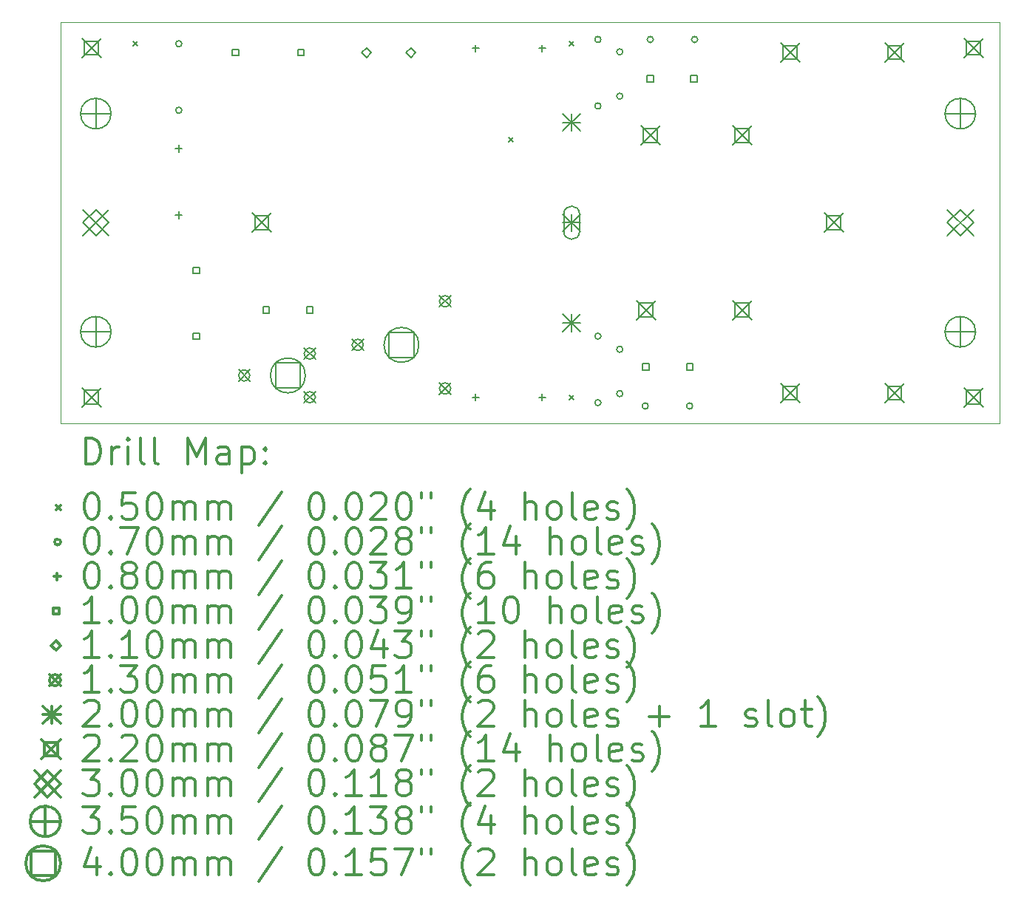
<source format=gbr>
%FSLAX45Y45*%
G04 Gerber Fmt 4.5, Leading zero omitted, Abs format (unit mm)*
G04 Created by KiCad (PCBNEW 5.1.6-c6e7f7d~87~ubuntu20.04.1) date 2020-10-01 13:06:00*
%MOMM*%
%LPD*%
G01*
G04 APERTURE LIST*
%TA.AperFunction,Profile*%
%ADD10C,0.050000*%
%TD*%
%ADD11C,0.200000*%
%ADD12C,0.300000*%
G04 APERTURE END LIST*
D10*
X16000000Y-3500000D02*
X16000000Y-3400000D01*
X16000000Y-3400000D02*
X15750000Y-3400000D01*
X16000000Y-8000000D02*
X16000000Y-3500000D01*
X5250000Y-8000000D02*
X16000000Y-8000000D01*
X5250000Y-7750000D02*
X5250000Y-8000000D01*
X5250000Y-3400000D02*
X5250000Y-7750000D01*
X15750000Y-3400000D02*
X5250000Y-3400000D01*
D11*
X10375000Y-4725000D02*
X10425000Y-4775000D01*
X10425000Y-4725000D02*
X10375000Y-4775000D01*
X11075000Y-7675000D02*
X11125000Y-7725000D01*
X11125000Y-7675000D02*
X11075000Y-7725000D01*
X11075000Y-3625000D02*
X11125000Y-3675000D01*
X11125000Y-3625000D02*
X11075000Y-3675000D01*
X6075000Y-3625000D02*
X6125000Y-3675000D01*
X6125000Y-3625000D02*
X6075000Y-3675000D01*
X11977000Y-7800000D02*
G75*
G03*
X11977000Y-7800000I-35000J0D01*
G01*
X12485000Y-7800000D02*
G75*
G03*
X12485000Y-7800000I-35000J0D01*
G01*
X11685000Y-7150000D02*
G75*
G03*
X11685000Y-7150000I-35000J0D01*
G01*
X11685000Y-7658000D02*
G75*
G03*
X11685000Y-7658000I-35000J0D01*
G01*
X11435000Y-7000000D02*
G75*
G03*
X11435000Y-7000000I-35000J0D01*
G01*
X11435000Y-7762000D02*
G75*
G03*
X11435000Y-7762000I-35000J0D01*
G01*
X11435000Y-3600000D02*
G75*
G03*
X11435000Y-3600000I-35000J0D01*
G01*
X11435000Y-4362000D02*
G75*
G03*
X11435000Y-4362000I-35000J0D01*
G01*
X6635000Y-3650000D02*
G75*
G03*
X6635000Y-3650000I-35000J0D01*
G01*
X6635000Y-4412000D02*
G75*
G03*
X6635000Y-4412000I-35000J0D01*
G01*
X11685000Y-3742000D02*
G75*
G03*
X11685000Y-3742000I-35000J0D01*
G01*
X11685000Y-4250000D02*
G75*
G03*
X11685000Y-4250000I-35000J0D01*
G01*
X12035000Y-3600000D02*
G75*
G03*
X12035000Y-3600000I-35000J0D01*
G01*
X12543000Y-3600000D02*
G75*
G03*
X12543000Y-3600000I-35000J0D01*
G01*
X10000000Y-7660000D02*
X10000000Y-7740000D01*
X9960000Y-7700000D02*
X10040000Y-7700000D01*
X10762000Y-7660000D02*
X10762000Y-7740000D01*
X10722000Y-7700000D02*
X10802000Y-7700000D01*
X6600000Y-4810000D02*
X6600000Y-4890000D01*
X6560000Y-4850000D02*
X6640000Y-4850000D01*
X6600000Y-5572000D02*
X6600000Y-5652000D01*
X6560000Y-5612000D02*
X6640000Y-5612000D01*
X10000000Y-3660000D02*
X10000000Y-3740000D01*
X9960000Y-3700000D02*
X10040000Y-3700000D01*
X10762000Y-3660000D02*
X10762000Y-3740000D01*
X10722000Y-3700000D02*
X10802000Y-3700000D01*
X7285356Y-3785356D02*
X7285356Y-3714644D01*
X7214644Y-3714644D01*
X7214644Y-3785356D01*
X7285356Y-3785356D01*
X8035356Y-3785356D02*
X8035356Y-3714644D01*
X7964644Y-3714644D01*
X7964644Y-3785356D01*
X8035356Y-3785356D01*
X7635356Y-6735356D02*
X7635356Y-6664644D01*
X7564644Y-6664644D01*
X7564644Y-6735356D01*
X7635356Y-6735356D01*
X8135356Y-6735356D02*
X8135356Y-6664644D01*
X8064644Y-6664644D01*
X8064644Y-6735356D01*
X8135356Y-6735356D01*
X6835356Y-6284106D02*
X6835356Y-6213394D01*
X6764644Y-6213394D01*
X6764644Y-6284106D01*
X6835356Y-6284106D01*
X6835356Y-7034106D02*
X6835356Y-6963394D01*
X6764644Y-6963394D01*
X6764644Y-7034106D01*
X6835356Y-7034106D01*
X12035356Y-4085356D02*
X12035356Y-4014644D01*
X11964644Y-4014644D01*
X11964644Y-4085356D01*
X12035356Y-4085356D01*
X12535356Y-4085356D02*
X12535356Y-4014644D01*
X12464644Y-4014644D01*
X12464644Y-4085356D01*
X12535356Y-4085356D01*
X11985356Y-7385356D02*
X11985356Y-7314644D01*
X11914644Y-7314644D01*
X11914644Y-7385356D01*
X11985356Y-7385356D01*
X12485356Y-7385356D02*
X12485356Y-7314644D01*
X12414644Y-7314644D01*
X12414644Y-7385356D01*
X12485356Y-7385356D01*
X8750000Y-3805000D02*
X8805000Y-3750000D01*
X8750000Y-3695000D01*
X8695000Y-3750000D01*
X8750000Y-3805000D01*
X9258000Y-3805000D02*
X9313000Y-3750000D01*
X9258000Y-3695000D01*
X9203000Y-3750000D01*
X9258000Y-3805000D01*
X7285000Y-7385000D02*
X7415000Y-7515000D01*
X7415000Y-7385000D02*
X7285000Y-7515000D01*
X7415000Y-7450000D02*
G75*
G03*
X7415000Y-7450000I-65000J0D01*
G01*
X8035000Y-7135000D02*
X8165000Y-7265000D01*
X8165000Y-7135000D02*
X8035000Y-7265000D01*
X8165000Y-7200000D02*
G75*
G03*
X8165000Y-7200000I-65000J0D01*
G01*
X8035000Y-7635000D02*
X8165000Y-7765000D01*
X8165000Y-7635000D02*
X8035000Y-7765000D01*
X8165000Y-7700000D02*
G75*
G03*
X8165000Y-7700000I-65000J0D01*
G01*
X8585000Y-7035000D02*
X8715000Y-7165000D01*
X8715000Y-7035000D02*
X8585000Y-7165000D01*
X8715000Y-7100000D02*
G75*
G03*
X8715000Y-7100000I-65000J0D01*
G01*
X9585000Y-6535000D02*
X9715000Y-6665000D01*
X9715000Y-6535000D02*
X9585000Y-6665000D01*
X9715000Y-6600000D02*
G75*
G03*
X9715000Y-6600000I-65000J0D01*
G01*
X9585000Y-7535000D02*
X9715000Y-7665000D01*
X9715000Y-7535000D02*
X9585000Y-7665000D01*
X9715000Y-7600000D02*
G75*
G03*
X9715000Y-7600000I-65000J0D01*
G01*
X11000000Y-4450000D02*
X11200000Y-4650000D01*
X11200000Y-4450000D02*
X11000000Y-4650000D01*
X11100000Y-4450000D02*
X11100000Y-4650000D01*
X11000000Y-4550000D02*
X11200000Y-4550000D01*
X11000000Y-5600000D02*
X11200000Y-5800000D01*
X11200000Y-5600000D02*
X11000000Y-5800000D01*
X11100000Y-5600000D02*
X11100000Y-5800000D01*
X11000000Y-5700000D02*
X11200000Y-5700000D01*
X11190000Y-5800000D02*
X11190000Y-5600000D01*
X11010000Y-5800000D02*
X11010000Y-5600000D01*
X11190000Y-5600000D02*
G75*
G03*
X11010000Y-5600000I-90000J0D01*
G01*
X11010000Y-5800000D02*
G75*
G03*
X11190000Y-5800000I90000J0D01*
G01*
X11000000Y-6750000D02*
X11200000Y-6950000D01*
X11200000Y-6750000D02*
X11000000Y-6950000D01*
X11100000Y-6750000D02*
X11100000Y-6950000D01*
X11000000Y-6850000D02*
X11200000Y-6850000D01*
X11890000Y-4590000D02*
X12110000Y-4810000D01*
X12110000Y-4590000D02*
X11890000Y-4810000D01*
X12077782Y-4777783D02*
X12077782Y-4622218D01*
X11922217Y-4622218D01*
X11922217Y-4777783D01*
X12077782Y-4777783D01*
X7440000Y-5590000D02*
X7660000Y-5810000D01*
X7660000Y-5590000D02*
X7440000Y-5810000D01*
X7627782Y-5777782D02*
X7627782Y-5622217D01*
X7472217Y-5622217D01*
X7472217Y-5777782D01*
X7627782Y-5777782D01*
X15590000Y-7590000D02*
X15810000Y-7810000D01*
X15810000Y-7590000D02*
X15590000Y-7810000D01*
X15777782Y-7777782D02*
X15777782Y-7622217D01*
X15622217Y-7622217D01*
X15622217Y-7777782D01*
X15777782Y-7777782D01*
X11840000Y-6590000D02*
X12060000Y-6810000D01*
X12060000Y-6590000D02*
X11840000Y-6810000D01*
X12027782Y-6777782D02*
X12027782Y-6622217D01*
X11872217Y-6622217D01*
X11872217Y-6777782D01*
X12027782Y-6777782D01*
X5490000Y-7590000D02*
X5710000Y-7810000D01*
X5710000Y-7590000D02*
X5490000Y-7810000D01*
X5677782Y-7777782D02*
X5677782Y-7622217D01*
X5522218Y-7622217D01*
X5522218Y-7777782D01*
X5677782Y-7777782D01*
X12940000Y-6590000D02*
X13160000Y-6810000D01*
X13160000Y-6590000D02*
X12940000Y-6810000D01*
X13127782Y-6777782D02*
X13127782Y-6622217D01*
X12972217Y-6622217D01*
X12972217Y-6777782D01*
X13127782Y-6777782D01*
X14690000Y-7540000D02*
X14910000Y-7760000D01*
X14910000Y-7540000D02*
X14690000Y-7760000D01*
X14877782Y-7727782D02*
X14877782Y-7572217D01*
X14722217Y-7572217D01*
X14722217Y-7727782D01*
X14877782Y-7727782D01*
X5490000Y-3590000D02*
X5710000Y-3810000D01*
X5710000Y-3590000D02*
X5490000Y-3810000D01*
X5677782Y-3777782D02*
X5677782Y-3622217D01*
X5522218Y-3622217D01*
X5522218Y-3777782D01*
X5677782Y-3777782D01*
X13490000Y-3640000D02*
X13710000Y-3860000D01*
X13710000Y-3640000D02*
X13490000Y-3860000D01*
X13677782Y-3827782D02*
X13677782Y-3672217D01*
X13522217Y-3672217D01*
X13522217Y-3827782D01*
X13677782Y-3827782D01*
X13490000Y-7540000D02*
X13710000Y-7760000D01*
X13710000Y-7540000D02*
X13490000Y-7760000D01*
X13677782Y-7727782D02*
X13677782Y-7572217D01*
X13522217Y-7572217D01*
X13522217Y-7727782D01*
X13677782Y-7727782D01*
X15590000Y-3590000D02*
X15810000Y-3810000D01*
X15810000Y-3590000D02*
X15590000Y-3810000D01*
X15777782Y-3777782D02*
X15777782Y-3622217D01*
X15622217Y-3622217D01*
X15622217Y-3777782D01*
X15777782Y-3777782D01*
X14690000Y-3640000D02*
X14910000Y-3860000D01*
X14910000Y-3640000D02*
X14690000Y-3860000D01*
X14877782Y-3827782D02*
X14877782Y-3672217D01*
X14722217Y-3672217D01*
X14722217Y-3827782D01*
X14877782Y-3827782D01*
X13990000Y-5590000D02*
X14210000Y-5810000D01*
X14210000Y-5590000D02*
X13990000Y-5810000D01*
X14177782Y-5777782D02*
X14177782Y-5622217D01*
X14022217Y-5622217D01*
X14022217Y-5777782D01*
X14177782Y-5777782D01*
X12940000Y-4590000D02*
X13160000Y-4810000D01*
X13160000Y-4590000D02*
X12940000Y-4810000D01*
X13127782Y-4777783D02*
X13127782Y-4622218D01*
X12972217Y-4622218D01*
X12972217Y-4777783D01*
X13127782Y-4777783D01*
X5500000Y-5550000D02*
X5800000Y-5850000D01*
X5800000Y-5550000D02*
X5500000Y-5850000D01*
X5650000Y-5850000D02*
X5800000Y-5700000D01*
X5650000Y-5550000D01*
X5500000Y-5700000D01*
X5650000Y-5850000D01*
X15400000Y-5550000D02*
X15700000Y-5850000D01*
X15700000Y-5550000D02*
X15400000Y-5850000D01*
X15550000Y-5850000D02*
X15700000Y-5700000D01*
X15550000Y-5550000D01*
X15400000Y-5700000D01*
X15550000Y-5850000D01*
X5650000Y-4275000D02*
X5650000Y-4625000D01*
X5475000Y-4450000D02*
X5825000Y-4450000D01*
X5825000Y-4450000D02*
G75*
G03*
X5825000Y-4450000I-175000J0D01*
G01*
X5650000Y-6775000D02*
X5650000Y-7125000D01*
X5475000Y-6950000D02*
X5825000Y-6950000D01*
X5825000Y-6950000D02*
G75*
G03*
X5825000Y-6950000I-175000J0D01*
G01*
X15550000Y-4275000D02*
X15550000Y-4625000D01*
X15375000Y-4450000D02*
X15725000Y-4450000D01*
X15725000Y-4450000D02*
G75*
G03*
X15725000Y-4450000I-175000J0D01*
G01*
X15550000Y-6775000D02*
X15550000Y-7125000D01*
X15375000Y-6950000D02*
X15725000Y-6950000D01*
X15725000Y-6950000D02*
G75*
G03*
X15725000Y-6950000I-175000J0D01*
G01*
X7991423Y-7591423D02*
X7991423Y-7308577D01*
X7708577Y-7308577D01*
X7708577Y-7591423D01*
X7991423Y-7591423D01*
X8050000Y-7450000D02*
G75*
G03*
X8050000Y-7450000I-200000J0D01*
G01*
X9291423Y-7241423D02*
X9291423Y-6958577D01*
X9008577Y-6958577D01*
X9008577Y-7241423D01*
X9291423Y-7241423D01*
X9350000Y-7100000D02*
G75*
G03*
X9350000Y-7100000I-200000J0D01*
G01*
D12*
X5533928Y-8468214D02*
X5533928Y-8168214D01*
X5605357Y-8168214D01*
X5648214Y-8182500D01*
X5676786Y-8211071D01*
X5691071Y-8239643D01*
X5705357Y-8296786D01*
X5705357Y-8339643D01*
X5691071Y-8396786D01*
X5676786Y-8425357D01*
X5648214Y-8453929D01*
X5605357Y-8468214D01*
X5533928Y-8468214D01*
X5833928Y-8468214D02*
X5833928Y-8268214D01*
X5833928Y-8325357D02*
X5848214Y-8296786D01*
X5862500Y-8282500D01*
X5891071Y-8268214D01*
X5919643Y-8268214D01*
X6019643Y-8468214D02*
X6019643Y-8268214D01*
X6019643Y-8168214D02*
X6005357Y-8182500D01*
X6019643Y-8196786D01*
X6033928Y-8182500D01*
X6019643Y-8168214D01*
X6019643Y-8196786D01*
X6205357Y-8468214D02*
X6176786Y-8453929D01*
X6162500Y-8425357D01*
X6162500Y-8168214D01*
X6362500Y-8468214D02*
X6333928Y-8453929D01*
X6319643Y-8425357D01*
X6319643Y-8168214D01*
X6705357Y-8468214D02*
X6705357Y-8168214D01*
X6805357Y-8382500D01*
X6905357Y-8168214D01*
X6905357Y-8468214D01*
X7176786Y-8468214D02*
X7176786Y-8311071D01*
X7162500Y-8282500D01*
X7133928Y-8268214D01*
X7076786Y-8268214D01*
X7048214Y-8282500D01*
X7176786Y-8453929D02*
X7148214Y-8468214D01*
X7076786Y-8468214D01*
X7048214Y-8453929D01*
X7033928Y-8425357D01*
X7033928Y-8396786D01*
X7048214Y-8368214D01*
X7076786Y-8353929D01*
X7148214Y-8353929D01*
X7176786Y-8339643D01*
X7319643Y-8268214D02*
X7319643Y-8568214D01*
X7319643Y-8282500D02*
X7348214Y-8268214D01*
X7405357Y-8268214D01*
X7433928Y-8282500D01*
X7448214Y-8296786D01*
X7462500Y-8325357D01*
X7462500Y-8411072D01*
X7448214Y-8439643D01*
X7433928Y-8453929D01*
X7405357Y-8468214D01*
X7348214Y-8468214D01*
X7319643Y-8453929D01*
X7591071Y-8439643D02*
X7605357Y-8453929D01*
X7591071Y-8468214D01*
X7576786Y-8453929D01*
X7591071Y-8439643D01*
X7591071Y-8468214D01*
X7591071Y-8282500D02*
X7605357Y-8296786D01*
X7591071Y-8311071D01*
X7576786Y-8296786D01*
X7591071Y-8282500D01*
X7591071Y-8311071D01*
X5197500Y-8937500D02*
X5247500Y-8987500D01*
X5247500Y-8937500D02*
X5197500Y-8987500D01*
X5591071Y-8798214D02*
X5619643Y-8798214D01*
X5648214Y-8812500D01*
X5662500Y-8826786D01*
X5676786Y-8855357D01*
X5691071Y-8912500D01*
X5691071Y-8983929D01*
X5676786Y-9041072D01*
X5662500Y-9069643D01*
X5648214Y-9083929D01*
X5619643Y-9098214D01*
X5591071Y-9098214D01*
X5562500Y-9083929D01*
X5548214Y-9069643D01*
X5533928Y-9041072D01*
X5519643Y-8983929D01*
X5519643Y-8912500D01*
X5533928Y-8855357D01*
X5548214Y-8826786D01*
X5562500Y-8812500D01*
X5591071Y-8798214D01*
X5819643Y-9069643D02*
X5833928Y-9083929D01*
X5819643Y-9098214D01*
X5805357Y-9083929D01*
X5819643Y-9069643D01*
X5819643Y-9098214D01*
X6105357Y-8798214D02*
X5962500Y-8798214D01*
X5948214Y-8941072D01*
X5962500Y-8926786D01*
X5991071Y-8912500D01*
X6062500Y-8912500D01*
X6091071Y-8926786D01*
X6105357Y-8941072D01*
X6119643Y-8969643D01*
X6119643Y-9041072D01*
X6105357Y-9069643D01*
X6091071Y-9083929D01*
X6062500Y-9098214D01*
X5991071Y-9098214D01*
X5962500Y-9083929D01*
X5948214Y-9069643D01*
X6305357Y-8798214D02*
X6333928Y-8798214D01*
X6362500Y-8812500D01*
X6376786Y-8826786D01*
X6391071Y-8855357D01*
X6405357Y-8912500D01*
X6405357Y-8983929D01*
X6391071Y-9041072D01*
X6376786Y-9069643D01*
X6362500Y-9083929D01*
X6333928Y-9098214D01*
X6305357Y-9098214D01*
X6276786Y-9083929D01*
X6262500Y-9069643D01*
X6248214Y-9041072D01*
X6233928Y-8983929D01*
X6233928Y-8912500D01*
X6248214Y-8855357D01*
X6262500Y-8826786D01*
X6276786Y-8812500D01*
X6305357Y-8798214D01*
X6533928Y-9098214D02*
X6533928Y-8898214D01*
X6533928Y-8926786D02*
X6548214Y-8912500D01*
X6576786Y-8898214D01*
X6619643Y-8898214D01*
X6648214Y-8912500D01*
X6662500Y-8941072D01*
X6662500Y-9098214D01*
X6662500Y-8941072D02*
X6676786Y-8912500D01*
X6705357Y-8898214D01*
X6748214Y-8898214D01*
X6776786Y-8912500D01*
X6791071Y-8941072D01*
X6791071Y-9098214D01*
X6933928Y-9098214D02*
X6933928Y-8898214D01*
X6933928Y-8926786D02*
X6948214Y-8912500D01*
X6976786Y-8898214D01*
X7019643Y-8898214D01*
X7048214Y-8912500D01*
X7062500Y-8941072D01*
X7062500Y-9098214D01*
X7062500Y-8941072D02*
X7076786Y-8912500D01*
X7105357Y-8898214D01*
X7148214Y-8898214D01*
X7176786Y-8912500D01*
X7191071Y-8941072D01*
X7191071Y-9098214D01*
X7776786Y-8783929D02*
X7519643Y-9169643D01*
X8162500Y-8798214D02*
X8191071Y-8798214D01*
X8219643Y-8812500D01*
X8233928Y-8826786D01*
X8248214Y-8855357D01*
X8262500Y-8912500D01*
X8262500Y-8983929D01*
X8248214Y-9041072D01*
X8233928Y-9069643D01*
X8219643Y-9083929D01*
X8191071Y-9098214D01*
X8162500Y-9098214D01*
X8133928Y-9083929D01*
X8119643Y-9069643D01*
X8105357Y-9041072D01*
X8091071Y-8983929D01*
X8091071Y-8912500D01*
X8105357Y-8855357D01*
X8119643Y-8826786D01*
X8133928Y-8812500D01*
X8162500Y-8798214D01*
X8391071Y-9069643D02*
X8405357Y-9083929D01*
X8391071Y-9098214D01*
X8376786Y-9083929D01*
X8391071Y-9069643D01*
X8391071Y-9098214D01*
X8591071Y-8798214D02*
X8619643Y-8798214D01*
X8648214Y-8812500D01*
X8662500Y-8826786D01*
X8676786Y-8855357D01*
X8691071Y-8912500D01*
X8691071Y-8983929D01*
X8676786Y-9041072D01*
X8662500Y-9069643D01*
X8648214Y-9083929D01*
X8619643Y-9098214D01*
X8591071Y-9098214D01*
X8562500Y-9083929D01*
X8548214Y-9069643D01*
X8533928Y-9041072D01*
X8519643Y-8983929D01*
X8519643Y-8912500D01*
X8533928Y-8855357D01*
X8548214Y-8826786D01*
X8562500Y-8812500D01*
X8591071Y-8798214D01*
X8805357Y-8826786D02*
X8819643Y-8812500D01*
X8848214Y-8798214D01*
X8919643Y-8798214D01*
X8948214Y-8812500D01*
X8962500Y-8826786D01*
X8976786Y-8855357D01*
X8976786Y-8883929D01*
X8962500Y-8926786D01*
X8791071Y-9098214D01*
X8976786Y-9098214D01*
X9162500Y-8798214D02*
X9191071Y-8798214D01*
X9219643Y-8812500D01*
X9233928Y-8826786D01*
X9248214Y-8855357D01*
X9262500Y-8912500D01*
X9262500Y-8983929D01*
X9248214Y-9041072D01*
X9233928Y-9069643D01*
X9219643Y-9083929D01*
X9191071Y-9098214D01*
X9162500Y-9098214D01*
X9133928Y-9083929D01*
X9119643Y-9069643D01*
X9105357Y-9041072D01*
X9091071Y-8983929D01*
X9091071Y-8912500D01*
X9105357Y-8855357D01*
X9119643Y-8826786D01*
X9133928Y-8812500D01*
X9162500Y-8798214D01*
X9376786Y-8798214D02*
X9376786Y-8855357D01*
X9491071Y-8798214D02*
X9491071Y-8855357D01*
X9933928Y-9212500D02*
X9919643Y-9198214D01*
X9891071Y-9155357D01*
X9876786Y-9126786D01*
X9862500Y-9083929D01*
X9848214Y-9012500D01*
X9848214Y-8955357D01*
X9862500Y-8883929D01*
X9876786Y-8841072D01*
X9891071Y-8812500D01*
X9919643Y-8769643D01*
X9933928Y-8755357D01*
X10176786Y-8898214D02*
X10176786Y-9098214D01*
X10105357Y-8783929D02*
X10033928Y-8998214D01*
X10219643Y-8998214D01*
X10562500Y-9098214D02*
X10562500Y-8798214D01*
X10691071Y-9098214D02*
X10691071Y-8941072D01*
X10676786Y-8912500D01*
X10648214Y-8898214D01*
X10605357Y-8898214D01*
X10576786Y-8912500D01*
X10562500Y-8926786D01*
X10876786Y-9098214D02*
X10848214Y-9083929D01*
X10833928Y-9069643D01*
X10819643Y-9041072D01*
X10819643Y-8955357D01*
X10833928Y-8926786D01*
X10848214Y-8912500D01*
X10876786Y-8898214D01*
X10919643Y-8898214D01*
X10948214Y-8912500D01*
X10962500Y-8926786D01*
X10976786Y-8955357D01*
X10976786Y-9041072D01*
X10962500Y-9069643D01*
X10948214Y-9083929D01*
X10919643Y-9098214D01*
X10876786Y-9098214D01*
X11148214Y-9098214D02*
X11119643Y-9083929D01*
X11105357Y-9055357D01*
X11105357Y-8798214D01*
X11376786Y-9083929D02*
X11348214Y-9098214D01*
X11291071Y-9098214D01*
X11262500Y-9083929D01*
X11248214Y-9055357D01*
X11248214Y-8941072D01*
X11262500Y-8912500D01*
X11291071Y-8898214D01*
X11348214Y-8898214D01*
X11376786Y-8912500D01*
X11391071Y-8941072D01*
X11391071Y-8969643D01*
X11248214Y-8998214D01*
X11505357Y-9083929D02*
X11533928Y-9098214D01*
X11591071Y-9098214D01*
X11619643Y-9083929D01*
X11633928Y-9055357D01*
X11633928Y-9041072D01*
X11619643Y-9012500D01*
X11591071Y-8998214D01*
X11548214Y-8998214D01*
X11519643Y-8983929D01*
X11505357Y-8955357D01*
X11505357Y-8941072D01*
X11519643Y-8912500D01*
X11548214Y-8898214D01*
X11591071Y-8898214D01*
X11619643Y-8912500D01*
X11733928Y-9212500D02*
X11748214Y-9198214D01*
X11776786Y-9155357D01*
X11791071Y-9126786D01*
X11805357Y-9083929D01*
X11819643Y-9012500D01*
X11819643Y-8955357D01*
X11805357Y-8883929D01*
X11791071Y-8841072D01*
X11776786Y-8812500D01*
X11748214Y-8769643D01*
X11733928Y-8755357D01*
X5247500Y-9358500D02*
G75*
G03*
X5247500Y-9358500I-35000J0D01*
G01*
X5591071Y-9194214D02*
X5619643Y-9194214D01*
X5648214Y-9208500D01*
X5662500Y-9222786D01*
X5676786Y-9251357D01*
X5691071Y-9308500D01*
X5691071Y-9379929D01*
X5676786Y-9437072D01*
X5662500Y-9465643D01*
X5648214Y-9479929D01*
X5619643Y-9494214D01*
X5591071Y-9494214D01*
X5562500Y-9479929D01*
X5548214Y-9465643D01*
X5533928Y-9437072D01*
X5519643Y-9379929D01*
X5519643Y-9308500D01*
X5533928Y-9251357D01*
X5548214Y-9222786D01*
X5562500Y-9208500D01*
X5591071Y-9194214D01*
X5819643Y-9465643D02*
X5833928Y-9479929D01*
X5819643Y-9494214D01*
X5805357Y-9479929D01*
X5819643Y-9465643D01*
X5819643Y-9494214D01*
X5933928Y-9194214D02*
X6133928Y-9194214D01*
X6005357Y-9494214D01*
X6305357Y-9194214D02*
X6333928Y-9194214D01*
X6362500Y-9208500D01*
X6376786Y-9222786D01*
X6391071Y-9251357D01*
X6405357Y-9308500D01*
X6405357Y-9379929D01*
X6391071Y-9437072D01*
X6376786Y-9465643D01*
X6362500Y-9479929D01*
X6333928Y-9494214D01*
X6305357Y-9494214D01*
X6276786Y-9479929D01*
X6262500Y-9465643D01*
X6248214Y-9437072D01*
X6233928Y-9379929D01*
X6233928Y-9308500D01*
X6248214Y-9251357D01*
X6262500Y-9222786D01*
X6276786Y-9208500D01*
X6305357Y-9194214D01*
X6533928Y-9494214D02*
X6533928Y-9294214D01*
X6533928Y-9322786D02*
X6548214Y-9308500D01*
X6576786Y-9294214D01*
X6619643Y-9294214D01*
X6648214Y-9308500D01*
X6662500Y-9337072D01*
X6662500Y-9494214D01*
X6662500Y-9337072D02*
X6676786Y-9308500D01*
X6705357Y-9294214D01*
X6748214Y-9294214D01*
X6776786Y-9308500D01*
X6791071Y-9337072D01*
X6791071Y-9494214D01*
X6933928Y-9494214D02*
X6933928Y-9294214D01*
X6933928Y-9322786D02*
X6948214Y-9308500D01*
X6976786Y-9294214D01*
X7019643Y-9294214D01*
X7048214Y-9308500D01*
X7062500Y-9337072D01*
X7062500Y-9494214D01*
X7062500Y-9337072D02*
X7076786Y-9308500D01*
X7105357Y-9294214D01*
X7148214Y-9294214D01*
X7176786Y-9308500D01*
X7191071Y-9337072D01*
X7191071Y-9494214D01*
X7776786Y-9179929D02*
X7519643Y-9565643D01*
X8162500Y-9194214D02*
X8191071Y-9194214D01*
X8219643Y-9208500D01*
X8233928Y-9222786D01*
X8248214Y-9251357D01*
X8262500Y-9308500D01*
X8262500Y-9379929D01*
X8248214Y-9437072D01*
X8233928Y-9465643D01*
X8219643Y-9479929D01*
X8191071Y-9494214D01*
X8162500Y-9494214D01*
X8133928Y-9479929D01*
X8119643Y-9465643D01*
X8105357Y-9437072D01*
X8091071Y-9379929D01*
X8091071Y-9308500D01*
X8105357Y-9251357D01*
X8119643Y-9222786D01*
X8133928Y-9208500D01*
X8162500Y-9194214D01*
X8391071Y-9465643D02*
X8405357Y-9479929D01*
X8391071Y-9494214D01*
X8376786Y-9479929D01*
X8391071Y-9465643D01*
X8391071Y-9494214D01*
X8591071Y-9194214D02*
X8619643Y-9194214D01*
X8648214Y-9208500D01*
X8662500Y-9222786D01*
X8676786Y-9251357D01*
X8691071Y-9308500D01*
X8691071Y-9379929D01*
X8676786Y-9437072D01*
X8662500Y-9465643D01*
X8648214Y-9479929D01*
X8619643Y-9494214D01*
X8591071Y-9494214D01*
X8562500Y-9479929D01*
X8548214Y-9465643D01*
X8533928Y-9437072D01*
X8519643Y-9379929D01*
X8519643Y-9308500D01*
X8533928Y-9251357D01*
X8548214Y-9222786D01*
X8562500Y-9208500D01*
X8591071Y-9194214D01*
X8805357Y-9222786D02*
X8819643Y-9208500D01*
X8848214Y-9194214D01*
X8919643Y-9194214D01*
X8948214Y-9208500D01*
X8962500Y-9222786D01*
X8976786Y-9251357D01*
X8976786Y-9279929D01*
X8962500Y-9322786D01*
X8791071Y-9494214D01*
X8976786Y-9494214D01*
X9148214Y-9322786D02*
X9119643Y-9308500D01*
X9105357Y-9294214D01*
X9091071Y-9265643D01*
X9091071Y-9251357D01*
X9105357Y-9222786D01*
X9119643Y-9208500D01*
X9148214Y-9194214D01*
X9205357Y-9194214D01*
X9233928Y-9208500D01*
X9248214Y-9222786D01*
X9262500Y-9251357D01*
X9262500Y-9265643D01*
X9248214Y-9294214D01*
X9233928Y-9308500D01*
X9205357Y-9322786D01*
X9148214Y-9322786D01*
X9119643Y-9337072D01*
X9105357Y-9351357D01*
X9091071Y-9379929D01*
X9091071Y-9437072D01*
X9105357Y-9465643D01*
X9119643Y-9479929D01*
X9148214Y-9494214D01*
X9205357Y-9494214D01*
X9233928Y-9479929D01*
X9248214Y-9465643D01*
X9262500Y-9437072D01*
X9262500Y-9379929D01*
X9248214Y-9351357D01*
X9233928Y-9337072D01*
X9205357Y-9322786D01*
X9376786Y-9194214D02*
X9376786Y-9251357D01*
X9491071Y-9194214D02*
X9491071Y-9251357D01*
X9933928Y-9608500D02*
X9919643Y-9594214D01*
X9891071Y-9551357D01*
X9876786Y-9522786D01*
X9862500Y-9479929D01*
X9848214Y-9408500D01*
X9848214Y-9351357D01*
X9862500Y-9279929D01*
X9876786Y-9237072D01*
X9891071Y-9208500D01*
X9919643Y-9165643D01*
X9933928Y-9151357D01*
X10205357Y-9494214D02*
X10033928Y-9494214D01*
X10119643Y-9494214D02*
X10119643Y-9194214D01*
X10091071Y-9237072D01*
X10062500Y-9265643D01*
X10033928Y-9279929D01*
X10462500Y-9294214D02*
X10462500Y-9494214D01*
X10391071Y-9179929D02*
X10319643Y-9394214D01*
X10505357Y-9394214D01*
X10848214Y-9494214D02*
X10848214Y-9194214D01*
X10976786Y-9494214D02*
X10976786Y-9337072D01*
X10962500Y-9308500D01*
X10933928Y-9294214D01*
X10891071Y-9294214D01*
X10862500Y-9308500D01*
X10848214Y-9322786D01*
X11162500Y-9494214D02*
X11133928Y-9479929D01*
X11119643Y-9465643D01*
X11105357Y-9437072D01*
X11105357Y-9351357D01*
X11119643Y-9322786D01*
X11133928Y-9308500D01*
X11162500Y-9294214D01*
X11205357Y-9294214D01*
X11233928Y-9308500D01*
X11248214Y-9322786D01*
X11262500Y-9351357D01*
X11262500Y-9437072D01*
X11248214Y-9465643D01*
X11233928Y-9479929D01*
X11205357Y-9494214D01*
X11162500Y-9494214D01*
X11433928Y-9494214D02*
X11405357Y-9479929D01*
X11391071Y-9451357D01*
X11391071Y-9194214D01*
X11662500Y-9479929D02*
X11633928Y-9494214D01*
X11576786Y-9494214D01*
X11548214Y-9479929D01*
X11533928Y-9451357D01*
X11533928Y-9337072D01*
X11548214Y-9308500D01*
X11576786Y-9294214D01*
X11633928Y-9294214D01*
X11662500Y-9308500D01*
X11676786Y-9337072D01*
X11676786Y-9365643D01*
X11533928Y-9394214D01*
X11791071Y-9479929D02*
X11819643Y-9494214D01*
X11876786Y-9494214D01*
X11905357Y-9479929D01*
X11919643Y-9451357D01*
X11919643Y-9437072D01*
X11905357Y-9408500D01*
X11876786Y-9394214D01*
X11833928Y-9394214D01*
X11805357Y-9379929D01*
X11791071Y-9351357D01*
X11791071Y-9337072D01*
X11805357Y-9308500D01*
X11833928Y-9294214D01*
X11876786Y-9294214D01*
X11905357Y-9308500D01*
X12019643Y-9608500D02*
X12033928Y-9594214D01*
X12062500Y-9551357D01*
X12076786Y-9522786D01*
X12091071Y-9479929D01*
X12105357Y-9408500D01*
X12105357Y-9351357D01*
X12091071Y-9279929D01*
X12076786Y-9237072D01*
X12062500Y-9208500D01*
X12033928Y-9165643D01*
X12019643Y-9151357D01*
X5207500Y-9714500D02*
X5207500Y-9794500D01*
X5167500Y-9754500D02*
X5247500Y-9754500D01*
X5591071Y-9590214D02*
X5619643Y-9590214D01*
X5648214Y-9604500D01*
X5662500Y-9618786D01*
X5676786Y-9647357D01*
X5691071Y-9704500D01*
X5691071Y-9775929D01*
X5676786Y-9833072D01*
X5662500Y-9861643D01*
X5648214Y-9875929D01*
X5619643Y-9890214D01*
X5591071Y-9890214D01*
X5562500Y-9875929D01*
X5548214Y-9861643D01*
X5533928Y-9833072D01*
X5519643Y-9775929D01*
X5519643Y-9704500D01*
X5533928Y-9647357D01*
X5548214Y-9618786D01*
X5562500Y-9604500D01*
X5591071Y-9590214D01*
X5819643Y-9861643D02*
X5833928Y-9875929D01*
X5819643Y-9890214D01*
X5805357Y-9875929D01*
X5819643Y-9861643D01*
X5819643Y-9890214D01*
X6005357Y-9718786D02*
X5976786Y-9704500D01*
X5962500Y-9690214D01*
X5948214Y-9661643D01*
X5948214Y-9647357D01*
X5962500Y-9618786D01*
X5976786Y-9604500D01*
X6005357Y-9590214D01*
X6062500Y-9590214D01*
X6091071Y-9604500D01*
X6105357Y-9618786D01*
X6119643Y-9647357D01*
X6119643Y-9661643D01*
X6105357Y-9690214D01*
X6091071Y-9704500D01*
X6062500Y-9718786D01*
X6005357Y-9718786D01*
X5976786Y-9733072D01*
X5962500Y-9747357D01*
X5948214Y-9775929D01*
X5948214Y-9833072D01*
X5962500Y-9861643D01*
X5976786Y-9875929D01*
X6005357Y-9890214D01*
X6062500Y-9890214D01*
X6091071Y-9875929D01*
X6105357Y-9861643D01*
X6119643Y-9833072D01*
X6119643Y-9775929D01*
X6105357Y-9747357D01*
X6091071Y-9733072D01*
X6062500Y-9718786D01*
X6305357Y-9590214D02*
X6333928Y-9590214D01*
X6362500Y-9604500D01*
X6376786Y-9618786D01*
X6391071Y-9647357D01*
X6405357Y-9704500D01*
X6405357Y-9775929D01*
X6391071Y-9833072D01*
X6376786Y-9861643D01*
X6362500Y-9875929D01*
X6333928Y-9890214D01*
X6305357Y-9890214D01*
X6276786Y-9875929D01*
X6262500Y-9861643D01*
X6248214Y-9833072D01*
X6233928Y-9775929D01*
X6233928Y-9704500D01*
X6248214Y-9647357D01*
X6262500Y-9618786D01*
X6276786Y-9604500D01*
X6305357Y-9590214D01*
X6533928Y-9890214D02*
X6533928Y-9690214D01*
X6533928Y-9718786D02*
X6548214Y-9704500D01*
X6576786Y-9690214D01*
X6619643Y-9690214D01*
X6648214Y-9704500D01*
X6662500Y-9733072D01*
X6662500Y-9890214D01*
X6662500Y-9733072D02*
X6676786Y-9704500D01*
X6705357Y-9690214D01*
X6748214Y-9690214D01*
X6776786Y-9704500D01*
X6791071Y-9733072D01*
X6791071Y-9890214D01*
X6933928Y-9890214D02*
X6933928Y-9690214D01*
X6933928Y-9718786D02*
X6948214Y-9704500D01*
X6976786Y-9690214D01*
X7019643Y-9690214D01*
X7048214Y-9704500D01*
X7062500Y-9733072D01*
X7062500Y-9890214D01*
X7062500Y-9733072D02*
X7076786Y-9704500D01*
X7105357Y-9690214D01*
X7148214Y-9690214D01*
X7176786Y-9704500D01*
X7191071Y-9733072D01*
X7191071Y-9890214D01*
X7776786Y-9575929D02*
X7519643Y-9961643D01*
X8162500Y-9590214D02*
X8191071Y-9590214D01*
X8219643Y-9604500D01*
X8233928Y-9618786D01*
X8248214Y-9647357D01*
X8262500Y-9704500D01*
X8262500Y-9775929D01*
X8248214Y-9833072D01*
X8233928Y-9861643D01*
X8219643Y-9875929D01*
X8191071Y-9890214D01*
X8162500Y-9890214D01*
X8133928Y-9875929D01*
X8119643Y-9861643D01*
X8105357Y-9833072D01*
X8091071Y-9775929D01*
X8091071Y-9704500D01*
X8105357Y-9647357D01*
X8119643Y-9618786D01*
X8133928Y-9604500D01*
X8162500Y-9590214D01*
X8391071Y-9861643D02*
X8405357Y-9875929D01*
X8391071Y-9890214D01*
X8376786Y-9875929D01*
X8391071Y-9861643D01*
X8391071Y-9890214D01*
X8591071Y-9590214D02*
X8619643Y-9590214D01*
X8648214Y-9604500D01*
X8662500Y-9618786D01*
X8676786Y-9647357D01*
X8691071Y-9704500D01*
X8691071Y-9775929D01*
X8676786Y-9833072D01*
X8662500Y-9861643D01*
X8648214Y-9875929D01*
X8619643Y-9890214D01*
X8591071Y-9890214D01*
X8562500Y-9875929D01*
X8548214Y-9861643D01*
X8533928Y-9833072D01*
X8519643Y-9775929D01*
X8519643Y-9704500D01*
X8533928Y-9647357D01*
X8548214Y-9618786D01*
X8562500Y-9604500D01*
X8591071Y-9590214D01*
X8791071Y-9590214D02*
X8976786Y-9590214D01*
X8876786Y-9704500D01*
X8919643Y-9704500D01*
X8948214Y-9718786D01*
X8962500Y-9733072D01*
X8976786Y-9761643D01*
X8976786Y-9833072D01*
X8962500Y-9861643D01*
X8948214Y-9875929D01*
X8919643Y-9890214D01*
X8833928Y-9890214D01*
X8805357Y-9875929D01*
X8791071Y-9861643D01*
X9262500Y-9890214D02*
X9091071Y-9890214D01*
X9176786Y-9890214D02*
X9176786Y-9590214D01*
X9148214Y-9633072D01*
X9119643Y-9661643D01*
X9091071Y-9675929D01*
X9376786Y-9590214D02*
X9376786Y-9647357D01*
X9491071Y-9590214D02*
X9491071Y-9647357D01*
X9933928Y-10004500D02*
X9919643Y-9990214D01*
X9891071Y-9947357D01*
X9876786Y-9918786D01*
X9862500Y-9875929D01*
X9848214Y-9804500D01*
X9848214Y-9747357D01*
X9862500Y-9675929D01*
X9876786Y-9633072D01*
X9891071Y-9604500D01*
X9919643Y-9561643D01*
X9933928Y-9547357D01*
X10176786Y-9590214D02*
X10119643Y-9590214D01*
X10091071Y-9604500D01*
X10076786Y-9618786D01*
X10048214Y-9661643D01*
X10033928Y-9718786D01*
X10033928Y-9833072D01*
X10048214Y-9861643D01*
X10062500Y-9875929D01*
X10091071Y-9890214D01*
X10148214Y-9890214D01*
X10176786Y-9875929D01*
X10191071Y-9861643D01*
X10205357Y-9833072D01*
X10205357Y-9761643D01*
X10191071Y-9733072D01*
X10176786Y-9718786D01*
X10148214Y-9704500D01*
X10091071Y-9704500D01*
X10062500Y-9718786D01*
X10048214Y-9733072D01*
X10033928Y-9761643D01*
X10562500Y-9890214D02*
X10562500Y-9590214D01*
X10691071Y-9890214D02*
X10691071Y-9733072D01*
X10676786Y-9704500D01*
X10648214Y-9690214D01*
X10605357Y-9690214D01*
X10576786Y-9704500D01*
X10562500Y-9718786D01*
X10876786Y-9890214D02*
X10848214Y-9875929D01*
X10833928Y-9861643D01*
X10819643Y-9833072D01*
X10819643Y-9747357D01*
X10833928Y-9718786D01*
X10848214Y-9704500D01*
X10876786Y-9690214D01*
X10919643Y-9690214D01*
X10948214Y-9704500D01*
X10962500Y-9718786D01*
X10976786Y-9747357D01*
X10976786Y-9833072D01*
X10962500Y-9861643D01*
X10948214Y-9875929D01*
X10919643Y-9890214D01*
X10876786Y-9890214D01*
X11148214Y-9890214D02*
X11119643Y-9875929D01*
X11105357Y-9847357D01*
X11105357Y-9590214D01*
X11376786Y-9875929D02*
X11348214Y-9890214D01*
X11291071Y-9890214D01*
X11262500Y-9875929D01*
X11248214Y-9847357D01*
X11248214Y-9733072D01*
X11262500Y-9704500D01*
X11291071Y-9690214D01*
X11348214Y-9690214D01*
X11376786Y-9704500D01*
X11391071Y-9733072D01*
X11391071Y-9761643D01*
X11248214Y-9790214D01*
X11505357Y-9875929D02*
X11533928Y-9890214D01*
X11591071Y-9890214D01*
X11619643Y-9875929D01*
X11633928Y-9847357D01*
X11633928Y-9833072D01*
X11619643Y-9804500D01*
X11591071Y-9790214D01*
X11548214Y-9790214D01*
X11519643Y-9775929D01*
X11505357Y-9747357D01*
X11505357Y-9733072D01*
X11519643Y-9704500D01*
X11548214Y-9690214D01*
X11591071Y-9690214D01*
X11619643Y-9704500D01*
X11733928Y-10004500D02*
X11748214Y-9990214D01*
X11776786Y-9947357D01*
X11791071Y-9918786D01*
X11805357Y-9875929D01*
X11819643Y-9804500D01*
X11819643Y-9747357D01*
X11805357Y-9675929D01*
X11791071Y-9633072D01*
X11776786Y-9604500D01*
X11748214Y-9561643D01*
X11733928Y-9547357D01*
X5232856Y-10185856D02*
X5232856Y-10115144D01*
X5162144Y-10115144D01*
X5162144Y-10185856D01*
X5232856Y-10185856D01*
X5691071Y-10286214D02*
X5519643Y-10286214D01*
X5605357Y-10286214D02*
X5605357Y-9986214D01*
X5576786Y-10029072D01*
X5548214Y-10057643D01*
X5519643Y-10071929D01*
X5819643Y-10257643D02*
X5833928Y-10271929D01*
X5819643Y-10286214D01*
X5805357Y-10271929D01*
X5819643Y-10257643D01*
X5819643Y-10286214D01*
X6019643Y-9986214D02*
X6048214Y-9986214D01*
X6076786Y-10000500D01*
X6091071Y-10014786D01*
X6105357Y-10043357D01*
X6119643Y-10100500D01*
X6119643Y-10171929D01*
X6105357Y-10229072D01*
X6091071Y-10257643D01*
X6076786Y-10271929D01*
X6048214Y-10286214D01*
X6019643Y-10286214D01*
X5991071Y-10271929D01*
X5976786Y-10257643D01*
X5962500Y-10229072D01*
X5948214Y-10171929D01*
X5948214Y-10100500D01*
X5962500Y-10043357D01*
X5976786Y-10014786D01*
X5991071Y-10000500D01*
X6019643Y-9986214D01*
X6305357Y-9986214D02*
X6333928Y-9986214D01*
X6362500Y-10000500D01*
X6376786Y-10014786D01*
X6391071Y-10043357D01*
X6405357Y-10100500D01*
X6405357Y-10171929D01*
X6391071Y-10229072D01*
X6376786Y-10257643D01*
X6362500Y-10271929D01*
X6333928Y-10286214D01*
X6305357Y-10286214D01*
X6276786Y-10271929D01*
X6262500Y-10257643D01*
X6248214Y-10229072D01*
X6233928Y-10171929D01*
X6233928Y-10100500D01*
X6248214Y-10043357D01*
X6262500Y-10014786D01*
X6276786Y-10000500D01*
X6305357Y-9986214D01*
X6533928Y-10286214D02*
X6533928Y-10086214D01*
X6533928Y-10114786D02*
X6548214Y-10100500D01*
X6576786Y-10086214D01*
X6619643Y-10086214D01*
X6648214Y-10100500D01*
X6662500Y-10129072D01*
X6662500Y-10286214D01*
X6662500Y-10129072D02*
X6676786Y-10100500D01*
X6705357Y-10086214D01*
X6748214Y-10086214D01*
X6776786Y-10100500D01*
X6791071Y-10129072D01*
X6791071Y-10286214D01*
X6933928Y-10286214D02*
X6933928Y-10086214D01*
X6933928Y-10114786D02*
X6948214Y-10100500D01*
X6976786Y-10086214D01*
X7019643Y-10086214D01*
X7048214Y-10100500D01*
X7062500Y-10129072D01*
X7062500Y-10286214D01*
X7062500Y-10129072D02*
X7076786Y-10100500D01*
X7105357Y-10086214D01*
X7148214Y-10086214D01*
X7176786Y-10100500D01*
X7191071Y-10129072D01*
X7191071Y-10286214D01*
X7776786Y-9971929D02*
X7519643Y-10357643D01*
X8162500Y-9986214D02*
X8191071Y-9986214D01*
X8219643Y-10000500D01*
X8233928Y-10014786D01*
X8248214Y-10043357D01*
X8262500Y-10100500D01*
X8262500Y-10171929D01*
X8248214Y-10229072D01*
X8233928Y-10257643D01*
X8219643Y-10271929D01*
X8191071Y-10286214D01*
X8162500Y-10286214D01*
X8133928Y-10271929D01*
X8119643Y-10257643D01*
X8105357Y-10229072D01*
X8091071Y-10171929D01*
X8091071Y-10100500D01*
X8105357Y-10043357D01*
X8119643Y-10014786D01*
X8133928Y-10000500D01*
X8162500Y-9986214D01*
X8391071Y-10257643D02*
X8405357Y-10271929D01*
X8391071Y-10286214D01*
X8376786Y-10271929D01*
X8391071Y-10257643D01*
X8391071Y-10286214D01*
X8591071Y-9986214D02*
X8619643Y-9986214D01*
X8648214Y-10000500D01*
X8662500Y-10014786D01*
X8676786Y-10043357D01*
X8691071Y-10100500D01*
X8691071Y-10171929D01*
X8676786Y-10229072D01*
X8662500Y-10257643D01*
X8648214Y-10271929D01*
X8619643Y-10286214D01*
X8591071Y-10286214D01*
X8562500Y-10271929D01*
X8548214Y-10257643D01*
X8533928Y-10229072D01*
X8519643Y-10171929D01*
X8519643Y-10100500D01*
X8533928Y-10043357D01*
X8548214Y-10014786D01*
X8562500Y-10000500D01*
X8591071Y-9986214D01*
X8791071Y-9986214D02*
X8976786Y-9986214D01*
X8876786Y-10100500D01*
X8919643Y-10100500D01*
X8948214Y-10114786D01*
X8962500Y-10129072D01*
X8976786Y-10157643D01*
X8976786Y-10229072D01*
X8962500Y-10257643D01*
X8948214Y-10271929D01*
X8919643Y-10286214D01*
X8833928Y-10286214D01*
X8805357Y-10271929D01*
X8791071Y-10257643D01*
X9119643Y-10286214D02*
X9176786Y-10286214D01*
X9205357Y-10271929D01*
X9219643Y-10257643D01*
X9248214Y-10214786D01*
X9262500Y-10157643D01*
X9262500Y-10043357D01*
X9248214Y-10014786D01*
X9233928Y-10000500D01*
X9205357Y-9986214D01*
X9148214Y-9986214D01*
X9119643Y-10000500D01*
X9105357Y-10014786D01*
X9091071Y-10043357D01*
X9091071Y-10114786D01*
X9105357Y-10143357D01*
X9119643Y-10157643D01*
X9148214Y-10171929D01*
X9205357Y-10171929D01*
X9233928Y-10157643D01*
X9248214Y-10143357D01*
X9262500Y-10114786D01*
X9376786Y-9986214D02*
X9376786Y-10043357D01*
X9491071Y-9986214D02*
X9491071Y-10043357D01*
X9933928Y-10400500D02*
X9919643Y-10386214D01*
X9891071Y-10343357D01*
X9876786Y-10314786D01*
X9862500Y-10271929D01*
X9848214Y-10200500D01*
X9848214Y-10143357D01*
X9862500Y-10071929D01*
X9876786Y-10029072D01*
X9891071Y-10000500D01*
X9919643Y-9957643D01*
X9933928Y-9943357D01*
X10205357Y-10286214D02*
X10033928Y-10286214D01*
X10119643Y-10286214D02*
X10119643Y-9986214D01*
X10091071Y-10029072D01*
X10062500Y-10057643D01*
X10033928Y-10071929D01*
X10391071Y-9986214D02*
X10419643Y-9986214D01*
X10448214Y-10000500D01*
X10462500Y-10014786D01*
X10476786Y-10043357D01*
X10491071Y-10100500D01*
X10491071Y-10171929D01*
X10476786Y-10229072D01*
X10462500Y-10257643D01*
X10448214Y-10271929D01*
X10419643Y-10286214D01*
X10391071Y-10286214D01*
X10362500Y-10271929D01*
X10348214Y-10257643D01*
X10333928Y-10229072D01*
X10319643Y-10171929D01*
X10319643Y-10100500D01*
X10333928Y-10043357D01*
X10348214Y-10014786D01*
X10362500Y-10000500D01*
X10391071Y-9986214D01*
X10848214Y-10286214D02*
X10848214Y-9986214D01*
X10976786Y-10286214D02*
X10976786Y-10129072D01*
X10962500Y-10100500D01*
X10933928Y-10086214D01*
X10891071Y-10086214D01*
X10862500Y-10100500D01*
X10848214Y-10114786D01*
X11162500Y-10286214D02*
X11133928Y-10271929D01*
X11119643Y-10257643D01*
X11105357Y-10229072D01*
X11105357Y-10143357D01*
X11119643Y-10114786D01*
X11133928Y-10100500D01*
X11162500Y-10086214D01*
X11205357Y-10086214D01*
X11233928Y-10100500D01*
X11248214Y-10114786D01*
X11262500Y-10143357D01*
X11262500Y-10229072D01*
X11248214Y-10257643D01*
X11233928Y-10271929D01*
X11205357Y-10286214D01*
X11162500Y-10286214D01*
X11433928Y-10286214D02*
X11405357Y-10271929D01*
X11391071Y-10243357D01*
X11391071Y-9986214D01*
X11662500Y-10271929D02*
X11633928Y-10286214D01*
X11576786Y-10286214D01*
X11548214Y-10271929D01*
X11533928Y-10243357D01*
X11533928Y-10129072D01*
X11548214Y-10100500D01*
X11576786Y-10086214D01*
X11633928Y-10086214D01*
X11662500Y-10100500D01*
X11676786Y-10129072D01*
X11676786Y-10157643D01*
X11533928Y-10186214D01*
X11791071Y-10271929D02*
X11819643Y-10286214D01*
X11876786Y-10286214D01*
X11905357Y-10271929D01*
X11919643Y-10243357D01*
X11919643Y-10229072D01*
X11905357Y-10200500D01*
X11876786Y-10186214D01*
X11833928Y-10186214D01*
X11805357Y-10171929D01*
X11791071Y-10143357D01*
X11791071Y-10129072D01*
X11805357Y-10100500D01*
X11833928Y-10086214D01*
X11876786Y-10086214D01*
X11905357Y-10100500D01*
X12019643Y-10400500D02*
X12033928Y-10386214D01*
X12062500Y-10343357D01*
X12076786Y-10314786D01*
X12091071Y-10271929D01*
X12105357Y-10200500D01*
X12105357Y-10143357D01*
X12091071Y-10071929D01*
X12076786Y-10029072D01*
X12062500Y-10000500D01*
X12033928Y-9957643D01*
X12019643Y-9943357D01*
X5192500Y-10601500D02*
X5247500Y-10546500D01*
X5192500Y-10491500D01*
X5137500Y-10546500D01*
X5192500Y-10601500D01*
X5691071Y-10682214D02*
X5519643Y-10682214D01*
X5605357Y-10682214D02*
X5605357Y-10382214D01*
X5576786Y-10425072D01*
X5548214Y-10453643D01*
X5519643Y-10467929D01*
X5819643Y-10653643D02*
X5833928Y-10667929D01*
X5819643Y-10682214D01*
X5805357Y-10667929D01*
X5819643Y-10653643D01*
X5819643Y-10682214D01*
X6119643Y-10682214D02*
X5948214Y-10682214D01*
X6033928Y-10682214D02*
X6033928Y-10382214D01*
X6005357Y-10425072D01*
X5976786Y-10453643D01*
X5948214Y-10467929D01*
X6305357Y-10382214D02*
X6333928Y-10382214D01*
X6362500Y-10396500D01*
X6376786Y-10410786D01*
X6391071Y-10439357D01*
X6405357Y-10496500D01*
X6405357Y-10567929D01*
X6391071Y-10625072D01*
X6376786Y-10653643D01*
X6362500Y-10667929D01*
X6333928Y-10682214D01*
X6305357Y-10682214D01*
X6276786Y-10667929D01*
X6262500Y-10653643D01*
X6248214Y-10625072D01*
X6233928Y-10567929D01*
X6233928Y-10496500D01*
X6248214Y-10439357D01*
X6262500Y-10410786D01*
X6276786Y-10396500D01*
X6305357Y-10382214D01*
X6533928Y-10682214D02*
X6533928Y-10482214D01*
X6533928Y-10510786D02*
X6548214Y-10496500D01*
X6576786Y-10482214D01*
X6619643Y-10482214D01*
X6648214Y-10496500D01*
X6662500Y-10525072D01*
X6662500Y-10682214D01*
X6662500Y-10525072D02*
X6676786Y-10496500D01*
X6705357Y-10482214D01*
X6748214Y-10482214D01*
X6776786Y-10496500D01*
X6791071Y-10525072D01*
X6791071Y-10682214D01*
X6933928Y-10682214D02*
X6933928Y-10482214D01*
X6933928Y-10510786D02*
X6948214Y-10496500D01*
X6976786Y-10482214D01*
X7019643Y-10482214D01*
X7048214Y-10496500D01*
X7062500Y-10525072D01*
X7062500Y-10682214D01*
X7062500Y-10525072D02*
X7076786Y-10496500D01*
X7105357Y-10482214D01*
X7148214Y-10482214D01*
X7176786Y-10496500D01*
X7191071Y-10525072D01*
X7191071Y-10682214D01*
X7776786Y-10367929D02*
X7519643Y-10753643D01*
X8162500Y-10382214D02*
X8191071Y-10382214D01*
X8219643Y-10396500D01*
X8233928Y-10410786D01*
X8248214Y-10439357D01*
X8262500Y-10496500D01*
X8262500Y-10567929D01*
X8248214Y-10625072D01*
X8233928Y-10653643D01*
X8219643Y-10667929D01*
X8191071Y-10682214D01*
X8162500Y-10682214D01*
X8133928Y-10667929D01*
X8119643Y-10653643D01*
X8105357Y-10625072D01*
X8091071Y-10567929D01*
X8091071Y-10496500D01*
X8105357Y-10439357D01*
X8119643Y-10410786D01*
X8133928Y-10396500D01*
X8162500Y-10382214D01*
X8391071Y-10653643D02*
X8405357Y-10667929D01*
X8391071Y-10682214D01*
X8376786Y-10667929D01*
X8391071Y-10653643D01*
X8391071Y-10682214D01*
X8591071Y-10382214D02*
X8619643Y-10382214D01*
X8648214Y-10396500D01*
X8662500Y-10410786D01*
X8676786Y-10439357D01*
X8691071Y-10496500D01*
X8691071Y-10567929D01*
X8676786Y-10625072D01*
X8662500Y-10653643D01*
X8648214Y-10667929D01*
X8619643Y-10682214D01*
X8591071Y-10682214D01*
X8562500Y-10667929D01*
X8548214Y-10653643D01*
X8533928Y-10625072D01*
X8519643Y-10567929D01*
X8519643Y-10496500D01*
X8533928Y-10439357D01*
X8548214Y-10410786D01*
X8562500Y-10396500D01*
X8591071Y-10382214D01*
X8948214Y-10482214D02*
X8948214Y-10682214D01*
X8876786Y-10367929D02*
X8805357Y-10582214D01*
X8991071Y-10582214D01*
X9076786Y-10382214D02*
X9262500Y-10382214D01*
X9162500Y-10496500D01*
X9205357Y-10496500D01*
X9233928Y-10510786D01*
X9248214Y-10525072D01*
X9262500Y-10553643D01*
X9262500Y-10625072D01*
X9248214Y-10653643D01*
X9233928Y-10667929D01*
X9205357Y-10682214D01*
X9119643Y-10682214D01*
X9091071Y-10667929D01*
X9076786Y-10653643D01*
X9376786Y-10382214D02*
X9376786Y-10439357D01*
X9491071Y-10382214D02*
X9491071Y-10439357D01*
X9933928Y-10796500D02*
X9919643Y-10782214D01*
X9891071Y-10739357D01*
X9876786Y-10710786D01*
X9862500Y-10667929D01*
X9848214Y-10596500D01*
X9848214Y-10539357D01*
X9862500Y-10467929D01*
X9876786Y-10425072D01*
X9891071Y-10396500D01*
X9919643Y-10353643D01*
X9933928Y-10339357D01*
X10033928Y-10410786D02*
X10048214Y-10396500D01*
X10076786Y-10382214D01*
X10148214Y-10382214D01*
X10176786Y-10396500D01*
X10191071Y-10410786D01*
X10205357Y-10439357D01*
X10205357Y-10467929D01*
X10191071Y-10510786D01*
X10019643Y-10682214D01*
X10205357Y-10682214D01*
X10562500Y-10682214D02*
X10562500Y-10382214D01*
X10691071Y-10682214D02*
X10691071Y-10525072D01*
X10676786Y-10496500D01*
X10648214Y-10482214D01*
X10605357Y-10482214D01*
X10576786Y-10496500D01*
X10562500Y-10510786D01*
X10876786Y-10682214D02*
X10848214Y-10667929D01*
X10833928Y-10653643D01*
X10819643Y-10625072D01*
X10819643Y-10539357D01*
X10833928Y-10510786D01*
X10848214Y-10496500D01*
X10876786Y-10482214D01*
X10919643Y-10482214D01*
X10948214Y-10496500D01*
X10962500Y-10510786D01*
X10976786Y-10539357D01*
X10976786Y-10625072D01*
X10962500Y-10653643D01*
X10948214Y-10667929D01*
X10919643Y-10682214D01*
X10876786Y-10682214D01*
X11148214Y-10682214D02*
X11119643Y-10667929D01*
X11105357Y-10639357D01*
X11105357Y-10382214D01*
X11376786Y-10667929D02*
X11348214Y-10682214D01*
X11291071Y-10682214D01*
X11262500Y-10667929D01*
X11248214Y-10639357D01*
X11248214Y-10525072D01*
X11262500Y-10496500D01*
X11291071Y-10482214D01*
X11348214Y-10482214D01*
X11376786Y-10496500D01*
X11391071Y-10525072D01*
X11391071Y-10553643D01*
X11248214Y-10582214D01*
X11505357Y-10667929D02*
X11533928Y-10682214D01*
X11591071Y-10682214D01*
X11619643Y-10667929D01*
X11633928Y-10639357D01*
X11633928Y-10625072D01*
X11619643Y-10596500D01*
X11591071Y-10582214D01*
X11548214Y-10582214D01*
X11519643Y-10567929D01*
X11505357Y-10539357D01*
X11505357Y-10525072D01*
X11519643Y-10496500D01*
X11548214Y-10482214D01*
X11591071Y-10482214D01*
X11619643Y-10496500D01*
X11733928Y-10796500D02*
X11748214Y-10782214D01*
X11776786Y-10739357D01*
X11791071Y-10710786D01*
X11805357Y-10667929D01*
X11819643Y-10596500D01*
X11819643Y-10539357D01*
X11805357Y-10467929D01*
X11791071Y-10425072D01*
X11776786Y-10396500D01*
X11748214Y-10353643D01*
X11733928Y-10339357D01*
X5117500Y-10877500D02*
X5247500Y-11007500D01*
X5247500Y-10877500D02*
X5117500Y-11007500D01*
X5247500Y-10942500D02*
G75*
G03*
X5247500Y-10942500I-65000J0D01*
G01*
X5691071Y-11078214D02*
X5519643Y-11078214D01*
X5605357Y-11078214D02*
X5605357Y-10778214D01*
X5576786Y-10821072D01*
X5548214Y-10849643D01*
X5519643Y-10863929D01*
X5819643Y-11049643D02*
X5833928Y-11063929D01*
X5819643Y-11078214D01*
X5805357Y-11063929D01*
X5819643Y-11049643D01*
X5819643Y-11078214D01*
X5933928Y-10778214D02*
X6119643Y-10778214D01*
X6019643Y-10892500D01*
X6062500Y-10892500D01*
X6091071Y-10906786D01*
X6105357Y-10921072D01*
X6119643Y-10949643D01*
X6119643Y-11021072D01*
X6105357Y-11049643D01*
X6091071Y-11063929D01*
X6062500Y-11078214D01*
X5976786Y-11078214D01*
X5948214Y-11063929D01*
X5933928Y-11049643D01*
X6305357Y-10778214D02*
X6333928Y-10778214D01*
X6362500Y-10792500D01*
X6376786Y-10806786D01*
X6391071Y-10835357D01*
X6405357Y-10892500D01*
X6405357Y-10963929D01*
X6391071Y-11021072D01*
X6376786Y-11049643D01*
X6362500Y-11063929D01*
X6333928Y-11078214D01*
X6305357Y-11078214D01*
X6276786Y-11063929D01*
X6262500Y-11049643D01*
X6248214Y-11021072D01*
X6233928Y-10963929D01*
X6233928Y-10892500D01*
X6248214Y-10835357D01*
X6262500Y-10806786D01*
X6276786Y-10792500D01*
X6305357Y-10778214D01*
X6533928Y-11078214D02*
X6533928Y-10878214D01*
X6533928Y-10906786D02*
X6548214Y-10892500D01*
X6576786Y-10878214D01*
X6619643Y-10878214D01*
X6648214Y-10892500D01*
X6662500Y-10921072D01*
X6662500Y-11078214D01*
X6662500Y-10921072D02*
X6676786Y-10892500D01*
X6705357Y-10878214D01*
X6748214Y-10878214D01*
X6776786Y-10892500D01*
X6791071Y-10921072D01*
X6791071Y-11078214D01*
X6933928Y-11078214D02*
X6933928Y-10878214D01*
X6933928Y-10906786D02*
X6948214Y-10892500D01*
X6976786Y-10878214D01*
X7019643Y-10878214D01*
X7048214Y-10892500D01*
X7062500Y-10921072D01*
X7062500Y-11078214D01*
X7062500Y-10921072D02*
X7076786Y-10892500D01*
X7105357Y-10878214D01*
X7148214Y-10878214D01*
X7176786Y-10892500D01*
X7191071Y-10921072D01*
X7191071Y-11078214D01*
X7776786Y-10763929D02*
X7519643Y-11149643D01*
X8162500Y-10778214D02*
X8191071Y-10778214D01*
X8219643Y-10792500D01*
X8233928Y-10806786D01*
X8248214Y-10835357D01*
X8262500Y-10892500D01*
X8262500Y-10963929D01*
X8248214Y-11021072D01*
X8233928Y-11049643D01*
X8219643Y-11063929D01*
X8191071Y-11078214D01*
X8162500Y-11078214D01*
X8133928Y-11063929D01*
X8119643Y-11049643D01*
X8105357Y-11021072D01*
X8091071Y-10963929D01*
X8091071Y-10892500D01*
X8105357Y-10835357D01*
X8119643Y-10806786D01*
X8133928Y-10792500D01*
X8162500Y-10778214D01*
X8391071Y-11049643D02*
X8405357Y-11063929D01*
X8391071Y-11078214D01*
X8376786Y-11063929D01*
X8391071Y-11049643D01*
X8391071Y-11078214D01*
X8591071Y-10778214D02*
X8619643Y-10778214D01*
X8648214Y-10792500D01*
X8662500Y-10806786D01*
X8676786Y-10835357D01*
X8691071Y-10892500D01*
X8691071Y-10963929D01*
X8676786Y-11021072D01*
X8662500Y-11049643D01*
X8648214Y-11063929D01*
X8619643Y-11078214D01*
X8591071Y-11078214D01*
X8562500Y-11063929D01*
X8548214Y-11049643D01*
X8533928Y-11021072D01*
X8519643Y-10963929D01*
X8519643Y-10892500D01*
X8533928Y-10835357D01*
X8548214Y-10806786D01*
X8562500Y-10792500D01*
X8591071Y-10778214D01*
X8962500Y-10778214D02*
X8819643Y-10778214D01*
X8805357Y-10921072D01*
X8819643Y-10906786D01*
X8848214Y-10892500D01*
X8919643Y-10892500D01*
X8948214Y-10906786D01*
X8962500Y-10921072D01*
X8976786Y-10949643D01*
X8976786Y-11021072D01*
X8962500Y-11049643D01*
X8948214Y-11063929D01*
X8919643Y-11078214D01*
X8848214Y-11078214D01*
X8819643Y-11063929D01*
X8805357Y-11049643D01*
X9262500Y-11078214D02*
X9091071Y-11078214D01*
X9176786Y-11078214D02*
X9176786Y-10778214D01*
X9148214Y-10821072D01*
X9119643Y-10849643D01*
X9091071Y-10863929D01*
X9376786Y-10778214D02*
X9376786Y-10835357D01*
X9491071Y-10778214D02*
X9491071Y-10835357D01*
X9933928Y-11192500D02*
X9919643Y-11178214D01*
X9891071Y-11135357D01*
X9876786Y-11106786D01*
X9862500Y-11063929D01*
X9848214Y-10992500D01*
X9848214Y-10935357D01*
X9862500Y-10863929D01*
X9876786Y-10821072D01*
X9891071Y-10792500D01*
X9919643Y-10749643D01*
X9933928Y-10735357D01*
X10176786Y-10778214D02*
X10119643Y-10778214D01*
X10091071Y-10792500D01*
X10076786Y-10806786D01*
X10048214Y-10849643D01*
X10033928Y-10906786D01*
X10033928Y-11021072D01*
X10048214Y-11049643D01*
X10062500Y-11063929D01*
X10091071Y-11078214D01*
X10148214Y-11078214D01*
X10176786Y-11063929D01*
X10191071Y-11049643D01*
X10205357Y-11021072D01*
X10205357Y-10949643D01*
X10191071Y-10921072D01*
X10176786Y-10906786D01*
X10148214Y-10892500D01*
X10091071Y-10892500D01*
X10062500Y-10906786D01*
X10048214Y-10921072D01*
X10033928Y-10949643D01*
X10562500Y-11078214D02*
X10562500Y-10778214D01*
X10691071Y-11078214D02*
X10691071Y-10921072D01*
X10676786Y-10892500D01*
X10648214Y-10878214D01*
X10605357Y-10878214D01*
X10576786Y-10892500D01*
X10562500Y-10906786D01*
X10876786Y-11078214D02*
X10848214Y-11063929D01*
X10833928Y-11049643D01*
X10819643Y-11021072D01*
X10819643Y-10935357D01*
X10833928Y-10906786D01*
X10848214Y-10892500D01*
X10876786Y-10878214D01*
X10919643Y-10878214D01*
X10948214Y-10892500D01*
X10962500Y-10906786D01*
X10976786Y-10935357D01*
X10976786Y-11021072D01*
X10962500Y-11049643D01*
X10948214Y-11063929D01*
X10919643Y-11078214D01*
X10876786Y-11078214D01*
X11148214Y-11078214D02*
X11119643Y-11063929D01*
X11105357Y-11035357D01*
X11105357Y-10778214D01*
X11376786Y-11063929D02*
X11348214Y-11078214D01*
X11291071Y-11078214D01*
X11262500Y-11063929D01*
X11248214Y-11035357D01*
X11248214Y-10921072D01*
X11262500Y-10892500D01*
X11291071Y-10878214D01*
X11348214Y-10878214D01*
X11376786Y-10892500D01*
X11391071Y-10921072D01*
X11391071Y-10949643D01*
X11248214Y-10978214D01*
X11505357Y-11063929D02*
X11533928Y-11078214D01*
X11591071Y-11078214D01*
X11619643Y-11063929D01*
X11633928Y-11035357D01*
X11633928Y-11021072D01*
X11619643Y-10992500D01*
X11591071Y-10978214D01*
X11548214Y-10978214D01*
X11519643Y-10963929D01*
X11505357Y-10935357D01*
X11505357Y-10921072D01*
X11519643Y-10892500D01*
X11548214Y-10878214D01*
X11591071Y-10878214D01*
X11619643Y-10892500D01*
X11733928Y-11192500D02*
X11748214Y-11178214D01*
X11776786Y-11135357D01*
X11791071Y-11106786D01*
X11805357Y-11063929D01*
X11819643Y-10992500D01*
X11819643Y-10935357D01*
X11805357Y-10863929D01*
X11791071Y-10821072D01*
X11776786Y-10792500D01*
X11748214Y-10749643D01*
X11733928Y-10735357D01*
X5047500Y-11238500D02*
X5247500Y-11438500D01*
X5247500Y-11238500D02*
X5047500Y-11438500D01*
X5147500Y-11238500D02*
X5147500Y-11438500D01*
X5047500Y-11338500D02*
X5247500Y-11338500D01*
X5519643Y-11202786D02*
X5533928Y-11188500D01*
X5562500Y-11174214D01*
X5633928Y-11174214D01*
X5662500Y-11188500D01*
X5676786Y-11202786D01*
X5691071Y-11231357D01*
X5691071Y-11259929D01*
X5676786Y-11302786D01*
X5505357Y-11474214D01*
X5691071Y-11474214D01*
X5819643Y-11445643D02*
X5833928Y-11459929D01*
X5819643Y-11474214D01*
X5805357Y-11459929D01*
X5819643Y-11445643D01*
X5819643Y-11474214D01*
X6019643Y-11174214D02*
X6048214Y-11174214D01*
X6076786Y-11188500D01*
X6091071Y-11202786D01*
X6105357Y-11231357D01*
X6119643Y-11288500D01*
X6119643Y-11359929D01*
X6105357Y-11417071D01*
X6091071Y-11445643D01*
X6076786Y-11459929D01*
X6048214Y-11474214D01*
X6019643Y-11474214D01*
X5991071Y-11459929D01*
X5976786Y-11445643D01*
X5962500Y-11417071D01*
X5948214Y-11359929D01*
X5948214Y-11288500D01*
X5962500Y-11231357D01*
X5976786Y-11202786D01*
X5991071Y-11188500D01*
X6019643Y-11174214D01*
X6305357Y-11174214D02*
X6333928Y-11174214D01*
X6362500Y-11188500D01*
X6376786Y-11202786D01*
X6391071Y-11231357D01*
X6405357Y-11288500D01*
X6405357Y-11359929D01*
X6391071Y-11417071D01*
X6376786Y-11445643D01*
X6362500Y-11459929D01*
X6333928Y-11474214D01*
X6305357Y-11474214D01*
X6276786Y-11459929D01*
X6262500Y-11445643D01*
X6248214Y-11417071D01*
X6233928Y-11359929D01*
X6233928Y-11288500D01*
X6248214Y-11231357D01*
X6262500Y-11202786D01*
X6276786Y-11188500D01*
X6305357Y-11174214D01*
X6533928Y-11474214D02*
X6533928Y-11274214D01*
X6533928Y-11302786D02*
X6548214Y-11288500D01*
X6576786Y-11274214D01*
X6619643Y-11274214D01*
X6648214Y-11288500D01*
X6662500Y-11317071D01*
X6662500Y-11474214D01*
X6662500Y-11317071D02*
X6676786Y-11288500D01*
X6705357Y-11274214D01*
X6748214Y-11274214D01*
X6776786Y-11288500D01*
X6791071Y-11317071D01*
X6791071Y-11474214D01*
X6933928Y-11474214D02*
X6933928Y-11274214D01*
X6933928Y-11302786D02*
X6948214Y-11288500D01*
X6976786Y-11274214D01*
X7019643Y-11274214D01*
X7048214Y-11288500D01*
X7062500Y-11317071D01*
X7062500Y-11474214D01*
X7062500Y-11317071D02*
X7076786Y-11288500D01*
X7105357Y-11274214D01*
X7148214Y-11274214D01*
X7176786Y-11288500D01*
X7191071Y-11317071D01*
X7191071Y-11474214D01*
X7776786Y-11159929D02*
X7519643Y-11545643D01*
X8162500Y-11174214D02*
X8191071Y-11174214D01*
X8219643Y-11188500D01*
X8233928Y-11202786D01*
X8248214Y-11231357D01*
X8262500Y-11288500D01*
X8262500Y-11359929D01*
X8248214Y-11417071D01*
X8233928Y-11445643D01*
X8219643Y-11459929D01*
X8191071Y-11474214D01*
X8162500Y-11474214D01*
X8133928Y-11459929D01*
X8119643Y-11445643D01*
X8105357Y-11417071D01*
X8091071Y-11359929D01*
X8091071Y-11288500D01*
X8105357Y-11231357D01*
X8119643Y-11202786D01*
X8133928Y-11188500D01*
X8162500Y-11174214D01*
X8391071Y-11445643D02*
X8405357Y-11459929D01*
X8391071Y-11474214D01*
X8376786Y-11459929D01*
X8391071Y-11445643D01*
X8391071Y-11474214D01*
X8591071Y-11174214D02*
X8619643Y-11174214D01*
X8648214Y-11188500D01*
X8662500Y-11202786D01*
X8676786Y-11231357D01*
X8691071Y-11288500D01*
X8691071Y-11359929D01*
X8676786Y-11417071D01*
X8662500Y-11445643D01*
X8648214Y-11459929D01*
X8619643Y-11474214D01*
X8591071Y-11474214D01*
X8562500Y-11459929D01*
X8548214Y-11445643D01*
X8533928Y-11417071D01*
X8519643Y-11359929D01*
X8519643Y-11288500D01*
X8533928Y-11231357D01*
X8548214Y-11202786D01*
X8562500Y-11188500D01*
X8591071Y-11174214D01*
X8791071Y-11174214D02*
X8991071Y-11174214D01*
X8862500Y-11474214D01*
X9119643Y-11474214D02*
X9176786Y-11474214D01*
X9205357Y-11459929D01*
X9219643Y-11445643D01*
X9248214Y-11402786D01*
X9262500Y-11345643D01*
X9262500Y-11231357D01*
X9248214Y-11202786D01*
X9233928Y-11188500D01*
X9205357Y-11174214D01*
X9148214Y-11174214D01*
X9119643Y-11188500D01*
X9105357Y-11202786D01*
X9091071Y-11231357D01*
X9091071Y-11302786D01*
X9105357Y-11331357D01*
X9119643Y-11345643D01*
X9148214Y-11359929D01*
X9205357Y-11359929D01*
X9233928Y-11345643D01*
X9248214Y-11331357D01*
X9262500Y-11302786D01*
X9376786Y-11174214D02*
X9376786Y-11231357D01*
X9491071Y-11174214D02*
X9491071Y-11231357D01*
X9933928Y-11588500D02*
X9919643Y-11574214D01*
X9891071Y-11531357D01*
X9876786Y-11502786D01*
X9862500Y-11459929D01*
X9848214Y-11388500D01*
X9848214Y-11331357D01*
X9862500Y-11259929D01*
X9876786Y-11217071D01*
X9891071Y-11188500D01*
X9919643Y-11145643D01*
X9933928Y-11131357D01*
X10033928Y-11202786D02*
X10048214Y-11188500D01*
X10076786Y-11174214D01*
X10148214Y-11174214D01*
X10176786Y-11188500D01*
X10191071Y-11202786D01*
X10205357Y-11231357D01*
X10205357Y-11259929D01*
X10191071Y-11302786D01*
X10019643Y-11474214D01*
X10205357Y-11474214D01*
X10562500Y-11474214D02*
X10562500Y-11174214D01*
X10691071Y-11474214D02*
X10691071Y-11317071D01*
X10676786Y-11288500D01*
X10648214Y-11274214D01*
X10605357Y-11274214D01*
X10576786Y-11288500D01*
X10562500Y-11302786D01*
X10876786Y-11474214D02*
X10848214Y-11459929D01*
X10833928Y-11445643D01*
X10819643Y-11417071D01*
X10819643Y-11331357D01*
X10833928Y-11302786D01*
X10848214Y-11288500D01*
X10876786Y-11274214D01*
X10919643Y-11274214D01*
X10948214Y-11288500D01*
X10962500Y-11302786D01*
X10976786Y-11331357D01*
X10976786Y-11417071D01*
X10962500Y-11445643D01*
X10948214Y-11459929D01*
X10919643Y-11474214D01*
X10876786Y-11474214D01*
X11148214Y-11474214D02*
X11119643Y-11459929D01*
X11105357Y-11431357D01*
X11105357Y-11174214D01*
X11376786Y-11459929D02*
X11348214Y-11474214D01*
X11291071Y-11474214D01*
X11262500Y-11459929D01*
X11248214Y-11431357D01*
X11248214Y-11317071D01*
X11262500Y-11288500D01*
X11291071Y-11274214D01*
X11348214Y-11274214D01*
X11376786Y-11288500D01*
X11391071Y-11317071D01*
X11391071Y-11345643D01*
X11248214Y-11374214D01*
X11505357Y-11459929D02*
X11533928Y-11474214D01*
X11591071Y-11474214D01*
X11619643Y-11459929D01*
X11633928Y-11431357D01*
X11633928Y-11417071D01*
X11619643Y-11388500D01*
X11591071Y-11374214D01*
X11548214Y-11374214D01*
X11519643Y-11359929D01*
X11505357Y-11331357D01*
X11505357Y-11317071D01*
X11519643Y-11288500D01*
X11548214Y-11274214D01*
X11591071Y-11274214D01*
X11619643Y-11288500D01*
X11991071Y-11359929D02*
X12219643Y-11359929D01*
X12105357Y-11474214D02*
X12105357Y-11245643D01*
X12748214Y-11474214D02*
X12576786Y-11474214D01*
X12662500Y-11474214D02*
X12662500Y-11174214D01*
X12633928Y-11217071D01*
X12605357Y-11245643D01*
X12576786Y-11259929D01*
X13091071Y-11459929D02*
X13119643Y-11474214D01*
X13176786Y-11474214D01*
X13205357Y-11459929D01*
X13219643Y-11431357D01*
X13219643Y-11417071D01*
X13205357Y-11388500D01*
X13176786Y-11374214D01*
X13133928Y-11374214D01*
X13105357Y-11359929D01*
X13091071Y-11331357D01*
X13091071Y-11317071D01*
X13105357Y-11288500D01*
X13133928Y-11274214D01*
X13176786Y-11274214D01*
X13205357Y-11288500D01*
X13391071Y-11474214D02*
X13362500Y-11459929D01*
X13348214Y-11431357D01*
X13348214Y-11174214D01*
X13548214Y-11474214D02*
X13519643Y-11459929D01*
X13505357Y-11445643D01*
X13491071Y-11417071D01*
X13491071Y-11331357D01*
X13505357Y-11302786D01*
X13519643Y-11288500D01*
X13548214Y-11274214D01*
X13591071Y-11274214D01*
X13619643Y-11288500D01*
X13633928Y-11302786D01*
X13648214Y-11331357D01*
X13648214Y-11417071D01*
X13633928Y-11445643D01*
X13619643Y-11459929D01*
X13591071Y-11474214D01*
X13548214Y-11474214D01*
X13733928Y-11274214D02*
X13848214Y-11274214D01*
X13776786Y-11174214D02*
X13776786Y-11431357D01*
X13791071Y-11459929D01*
X13819643Y-11474214D01*
X13848214Y-11474214D01*
X13919643Y-11588500D02*
X13933928Y-11574214D01*
X13962500Y-11531357D01*
X13976786Y-11502786D01*
X13991071Y-11459929D01*
X14005357Y-11388500D01*
X14005357Y-11331357D01*
X13991071Y-11259929D01*
X13976786Y-11217071D01*
X13962500Y-11188500D01*
X13933928Y-11145643D01*
X13919643Y-11131357D01*
X5027500Y-11624500D02*
X5247500Y-11844500D01*
X5247500Y-11624500D02*
X5027500Y-11844500D01*
X5215282Y-11812283D02*
X5215282Y-11656718D01*
X5059717Y-11656718D01*
X5059717Y-11812283D01*
X5215282Y-11812283D01*
X5519643Y-11598786D02*
X5533928Y-11584500D01*
X5562500Y-11570214D01*
X5633928Y-11570214D01*
X5662500Y-11584500D01*
X5676786Y-11598786D01*
X5691071Y-11627357D01*
X5691071Y-11655929D01*
X5676786Y-11698786D01*
X5505357Y-11870214D01*
X5691071Y-11870214D01*
X5819643Y-11841643D02*
X5833928Y-11855929D01*
X5819643Y-11870214D01*
X5805357Y-11855929D01*
X5819643Y-11841643D01*
X5819643Y-11870214D01*
X5948214Y-11598786D02*
X5962500Y-11584500D01*
X5991071Y-11570214D01*
X6062500Y-11570214D01*
X6091071Y-11584500D01*
X6105357Y-11598786D01*
X6119643Y-11627357D01*
X6119643Y-11655929D01*
X6105357Y-11698786D01*
X5933928Y-11870214D01*
X6119643Y-11870214D01*
X6305357Y-11570214D02*
X6333928Y-11570214D01*
X6362500Y-11584500D01*
X6376786Y-11598786D01*
X6391071Y-11627357D01*
X6405357Y-11684500D01*
X6405357Y-11755929D01*
X6391071Y-11813071D01*
X6376786Y-11841643D01*
X6362500Y-11855929D01*
X6333928Y-11870214D01*
X6305357Y-11870214D01*
X6276786Y-11855929D01*
X6262500Y-11841643D01*
X6248214Y-11813071D01*
X6233928Y-11755929D01*
X6233928Y-11684500D01*
X6248214Y-11627357D01*
X6262500Y-11598786D01*
X6276786Y-11584500D01*
X6305357Y-11570214D01*
X6533928Y-11870214D02*
X6533928Y-11670214D01*
X6533928Y-11698786D02*
X6548214Y-11684500D01*
X6576786Y-11670214D01*
X6619643Y-11670214D01*
X6648214Y-11684500D01*
X6662500Y-11713071D01*
X6662500Y-11870214D01*
X6662500Y-11713071D02*
X6676786Y-11684500D01*
X6705357Y-11670214D01*
X6748214Y-11670214D01*
X6776786Y-11684500D01*
X6791071Y-11713071D01*
X6791071Y-11870214D01*
X6933928Y-11870214D02*
X6933928Y-11670214D01*
X6933928Y-11698786D02*
X6948214Y-11684500D01*
X6976786Y-11670214D01*
X7019643Y-11670214D01*
X7048214Y-11684500D01*
X7062500Y-11713071D01*
X7062500Y-11870214D01*
X7062500Y-11713071D02*
X7076786Y-11684500D01*
X7105357Y-11670214D01*
X7148214Y-11670214D01*
X7176786Y-11684500D01*
X7191071Y-11713071D01*
X7191071Y-11870214D01*
X7776786Y-11555929D02*
X7519643Y-11941643D01*
X8162500Y-11570214D02*
X8191071Y-11570214D01*
X8219643Y-11584500D01*
X8233928Y-11598786D01*
X8248214Y-11627357D01*
X8262500Y-11684500D01*
X8262500Y-11755929D01*
X8248214Y-11813071D01*
X8233928Y-11841643D01*
X8219643Y-11855929D01*
X8191071Y-11870214D01*
X8162500Y-11870214D01*
X8133928Y-11855929D01*
X8119643Y-11841643D01*
X8105357Y-11813071D01*
X8091071Y-11755929D01*
X8091071Y-11684500D01*
X8105357Y-11627357D01*
X8119643Y-11598786D01*
X8133928Y-11584500D01*
X8162500Y-11570214D01*
X8391071Y-11841643D02*
X8405357Y-11855929D01*
X8391071Y-11870214D01*
X8376786Y-11855929D01*
X8391071Y-11841643D01*
X8391071Y-11870214D01*
X8591071Y-11570214D02*
X8619643Y-11570214D01*
X8648214Y-11584500D01*
X8662500Y-11598786D01*
X8676786Y-11627357D01*
X8691071Y-11684500D01*
X8691071Y-11755929D01*
X8676786Y-11813071D01*
X8662500Y-11841643D01*
X8648214Y-11855929D01*
X8619643Y-11870214D01*
X8591071Y-11870214D01*
X8562500Y-11855929D01*
X8548214Y-11841643D01*
X8533928Y-11813071D01*
X8519643Y-11755929D01*
X8519643Y-11684500D01*
X8533928Y-11627357D01*
X8548214Y-11598786D01*
X8562500Y-11584500D01*
X8591071Y-11570214D01*
X8862500Y-11698786D02*
X8833928Y-11684500D01*
X8819643Y-11670214D01*
X8805357Y-11641643D01*
X8805357Y-11627357D01*
X8819643Y-11598786D01*
X8833928Y-11584500D01*
X8862500Y-11570214D01*
X8919643Y-11570214D01*
X8948214Y-11584500D01*
X8962500Y-11598786D01*
X8976786Y-11627357D01*
X8976786Y-11641643D01*
X8962500Y-11670214D01*
X8948214Y-11684500D01*
X8919643Y-11698786D01*
X8862500Y-11698786D01*
X8833928Y-11713071D01*
X8819643Y-11727357D01*
X8805357Y-11755929D01*
X8805357Y-11813071D01*
X8819643Y-11841643D01*
X8833928Y-11855929D01*
X8862500Y-11870214D01*
X8919643Y-11870214D01*
X8948214Y-11855929D01*
X8962500Y-11841643D01*
X8976786Y-11813071D01*
X8976786Y-11755929D01*
X8962500Y-11727357D01*
X8948214Y-11713071D01*
X8919643Y-11698786D01*
X9076786Y-11570214D02*
X9276786Y-11570214D01*
X9148214Y-11870214D01*
X9376786Y-11570214D02*
X9376786Y-11627357D01*
X9491071Y-11570214D02*
X9491071Y-11627357D01*
X9933928Y-11984500D02*
X9919643Y-11970214D01*
X9891071Y-11927357D01*
X9876786Y-11898786D01*
X9862500Y-11855929D01*
X9848214Y-11784500D01*
X9848214Y-11727357D01*
X9862500Y-11655929D01*
X9876786Y-11613071D01*
X9891071Y-11584500D01*
X9919643Y-11541643D01*
X9933928Y-11527357D01*
X10205357Y-11870214D02*
X10033928Y-11870214D01*
X10119643Y-11870214D02*
X10119643Y-11570214D01*
X10091071Y-11613071D01*
X10062500Y-11641643D01*
X10033928Y-11655929D01*
X10462500Y-11670214D02*
X10462500Y-11870214D01*
X10391071Y-11555929D02*
X10319643Y-11770214D01*
X10505357Y-11770214D01*
X10848214Y-11870214D02*
X10848214Y-11570214D01*
X10976786Y-11870214D02*
X10976786Y-11713071D01*
X10962500Y-11684500D01*
X10933928Y-11670214D01*
X10891071Y-11670214D01*
X10862500Y-11684500D01*
X10848214Y-11698786D01*
X11162500Y-11870214D02*
X11133928Y-11855929D01*
X11119643Y-11841643D01*
X11105357Y-11813071D01*
X11105357Y-11727357D01*
X11119643Y-11698786D01*
X11133928Y-11684500D01*
X11162500Y-11670214D01*
X11205357Y-11670214D01*
X11233928Y-11684500D01*
X11248214Y-11698786D01*
X11262500Y-11727357D01*
X11262500Y-11813071D01*
X11248214Y-11841643D01*
X11233928Y-11855929D01*
X11205357Y-11870214D01*
X11162500Y-11870214D01*
X11433928Y-11870214D02*
X11405357Y-11855929D01*
X11391071Y-11827357D01*
X11391071Y-11570214D01*
X11662500Y-11855929D02*
X11633928Y-11870214D01*
X11576786Y-11870214D01*
X11548214Y-11855929D01*
X11533928Y-11827357D01*
X11533928Y-11713071D01*
X11548214Y-11684500D01*
X11576786Y-11670214D01*
X11633928Y-11670214D01*
X11662500Y-11684500D01*
X11676786Y-11713071D01*
X11676786Y-11741643D01*
X11533928Y-11770214D01*
X11791071Y-11855929D02*
X11819643Y-11870214D01*
X11876786Y-11870214D01*
X11905357Y-11855929D01*
X11919643Y-11827357D01*
X11919643Y-11813071D01*
X11905357Y-11784500D01*
X11876786Y-11770214D01*
X11833928Y-11770214D01*
X11805357Y-11755929D01*
X11791071Y-11727357D01*
X11791071Y-11713071D01*
X11805357Y-11684500D01*
X11833928Y-11670214D01*
X11876786Y-11670214D01*
X11905357Y-11684500D01*
X12019643Y-11984500D02*
X12033928Y-11970214D01*
X12062500Y-11927357D01*
X12076786Y-11898786D01*
X12091071Y-11855929D01*
X12105357Y-11784500D01*
X12105357Y-11727357D01*
X12091071Y-11655929D01*
X12076786Y-11613071D01*
X12062500Y-11584500D01*
X12033928Y-11541643D01*
X12019643Y-11527357D01*
X4947500Y-11980500D02*
X5247500Y-12280500D01*
X5247500Y-11980500D02*
X4947500Y-12280500D01*
X5097500Y-12280500D02*
X5247500Y-12130500D01*
X5097500Y-11980500D01*
X4947500Y-12130500D01*
X5097500Y-12280500D01*
X5505357Y-11966214D02*
X5691071Y-11966214D01*
X5591071Y-12080500D01*
X5633928Y-12080500D01*
X5662500Y-12094786D01*
X5676786Y-12109071D01*
X5691071Y-12137643D01*
X5691071Y-12209071D01*
X5676786Y-12237643D01*
X5662500Y-12251929D01*
X5633928Y-12266214D01*
X5548214Y-12266214D01*
X5519643Y-12251929D01*
X5505357Y-12237643D01*
X5819643Y-12237643D02*
X5833928Y-12251929D01*
X5819643Y-12266214D01*
X5805357Y-12251929D01*
X5819643Y-12237643D01*
X5819643Y-12266214D01*
X6019643Y-11966214D02*
X6048214Y-11966214D01*
X6076786Y-11980500D01*
X6091071Y-11994786D01*
X6105357Y-12023357D01*
X6119643Y-12080500D01*
X6119643Y-12151929D01*
X6105357Y-12209071D01*
X6091071Y-12237643D01*
X6076786Y-12251929D01*
X6048214Y-12266214D01*
X6019643Y-12266214D01*
X5991071Y-12251929D01*
X5976786Y-12237643D01*
X5962500Y-12209071D01*
X5948214Y-12151929D01*
X5948214Y-12080500D01*
X5962500Y-12023357D01*
X5976786Y-11994786D01*
X5991071Y-11980500D01*
X6019643Y-11966214D01*
X6305357Y-11966214D02*
X6333928Y-11966214D01*
X6362500Y-11980500D01*
X6376786Y-11994786D01*
X6391071Y-12023357D01*
X6405357Y-12080500D01*
X6405357Y-12151929D01*
X6391071Y-12209071D01*
X6376786Y-12237643D01*
X6362500Y-12251929D01*
X6333928Y-12266214D01*
X6305357Y-12266214D01*
X6276786Y-12251929D01*
X6262500Y-12237643D01*
X6248214Y-12209071D01*
X6233928Y-12151929D01*
X6233928Y-12080500D01*
X6248214Y-12023357D01*
X6262500Y-11994786D01*
X6276786Y-11980500D01*
X6305357Y-11966214D01*
X6533928Y-12266214D02*
X6533928Y-12066214D01*
X6533928Y-12094786D02*
X6548214Y-12080500D01*
X6576786Y-12066214D01*
X6619643Y-12066214D01*
X6648214Y-12080500D01*
X6662500Y-12109071D01*
X6662500Y-12266214D01*
X6662500Y-12109071D02*
X6676786Y-12080500D01*
X6705357Y-12066214D01*
X6748214Y-12066214D01*
X6776786Y-12080500D01*
X6791071Y-12109071D01*
X6791071Y-12266214D01*
X6933928Y-12266214D02*
X6933928Y-12066214D01*
X6933928Y-12094786D02*
X6948214Y-12080500D01*
X6976786Y-12066214D01*
X7019643Y-12066214D01*
X7048214Y-12080500D01*
X7062500Y-12109071D01*
X7062500Y-12266214D01*
X7062500Y-12109071D02*
X7076786Y-12080500D01*
X7105357Y-12066214D01*
X7148214Y-12066214D01*
X7176786Y-12080500D01*
X7191071Y-12109071D01*
X7191071Y-12266214D01*
X7776786Y-11951929D02*
X7519643Y-12337643D01*
X8162500Y-11966214D02*
X8191071Y-11966214D01*
X8219643Y-11980500D01*
X8233928Y-11994786D01*
X8248214Y-12023357D01*
X8262500Y-12080500D01*
X8262500Y-12151929D01*
X8248214Y-12209071D01*
X8233928Y-12237643D01*
X8219643Y-12251929D01*
X8191071Y-12266214D01*
X8162500Y-12266214D01*
X8133928Y-12251929D01*
X8119643Y-12237643D01*
X8105357Y-12209071D01*
X8091071Y-12151929D01*
X8091071Y-12080500D01*
X8105357Y-12023357D01*
X8119643Y-11994786D01*
X8133928Y-11980500D01*
X8162500Y-11966214D01*
X8391071Y-12237643D02*
X8405357Y-12251929D01*
X8391071Y-12266214D01*
X8376786Y-12251929D01*
X8391071Y-12237643D01*
X8391071Y-12266214D01*
X8691071Y-12266214D02*
X8519643Y-12266214D01*
X8605357Y-12266214D02*
X8605357Y-11966214D01*
X8576786Y-12009071D01*
X8548214Y-12037643D01*
X8519643Y-12051929D01*
X8976786Y-12266214D02*
X8805357Y-12266214D01*
X8891071Y-12266214D02*
X8891071Y-11966214D01*
X8862500Y-12009071D01*
X8833928Y-12037643D01*
X8805357Y-12051929D01*
X9148214Y-12094786D02*
X9119643Y-12080500D01*
X9105357Y-12066214D01*
X9091071Y-12037643D01*
X9091071Y-12023357D01*
X9105357Y-11994786D01*
X9119643Y-11980500D01*
X9148214Y-11966214D01*
X9205357Y-11966214D01*
X9233928Y-11980500D01*
X9248214Y-11994786D01*
X9262500Y-12023357D01*
X9262500Y-12037643D01*
X9248214Y-12066214D01*
X9233928Y-12080500D01*
X9205357Y-12094786D01*
X9148214Y-12094786D01*
X9119643Y-12109071D01*
X9105357Y-12123357D01*
X9091071Y-12151929D01*
X9091071Y-12209071D01*
X9105357Y-12237643D01*
X9119643Y-12251929D01*
X9148214Y-12266214D01*
X9205357Y-12266214D01*
X9233928Y-12251929D01*
X9248214Y-12237643D01*
X9262500Y-12209071D01*
X9262500Y-12151929D01*
X9248214Y-12123357D01*
X9233928Y-12109071D01*
X9205357Y-12094786D01*
X9376786Y-11966214D02*
X9376786Y-12023357D01*
X9491071Y-11966214D02*
X9491071Y-12023357D01*
X9933928Y-12380500D02*
X9919643Y-12366214D01*
X9891071Y-12323357D01*
X9876786Y-12294786D01*
X9862500Y-12251929D01*
X9848214Y-12180500D01*
X9848214Y-12123357D01*
X9862500Y-12051929D01*
X9876786Y-12009071D01*
X9891071Y-11980500D01*
X9919643Y-11937643D01*
X9933928Y-11923357D01*
X10033928Y-11994786D02*
X10048214Y-11980500D01*
X10076786Y-11966214D01*
X10148214Y-11966214D01*
X10176786Y-11980500D01*
X10191071Y-11994786D01*
X10205357Y-12023357D01*
X10205357Y-12051929D01*
X10191071Y-12094786D01*
X10019643Y-12266214D01*
X10205357Y-12266214D01*
X10562500Y-12266214D02*
X10562500Y-11966214D01*
X10691071Y-12266214D02*
X10691071Y-12109071D01*
X10676786Y-12080500D01*
X10648214Y-12066214D01*
X10605357Y-12066214D01*
X10576786Y-12080500D01*
X10562500Y-12094786D01*
X10876786Y-12266214D02*
X10848214Y-12251929D01*
X10833928Y-12237643D01*
X10819643Y-12209071D01*
X10819643Y-12123357D01*
X10833928Y-12094786D01*
X10848214Y-12080500D01*
X10876786Y-12066214D01*
X10919643Y-12066214D01*
X10948214Y-12080500D01*
X10962500Y-12094786D01*
X10976786Y-12123357D01*
X10976786Y-12209071D01*
X10962500Y-12237643D01*
X10948214Y-12251929D01*
X10919643Y-12266214D01*
X10876786Y-12266214D01*
X11148214Y-12266214D02*
X11119643Y-12251929D01*
X11105357Y-12223357D01*
X11105357Y-11966214D01*
X11376786Y-12251929D02*
X11348214Y-12266214D01*
X11291071Y-12266214D01*
X11262500Y-12251929D01*
X11248214Y-12223357D01*
X11248214Y-12109071D01*
X11262500Y-12080500D01*
X11291071Y-12066214D01*
X11348214Y-12066214D01*
X11376786Y-12080500D01*
X11391071Y-12109071D01*
X11391071Y-12137643D01*
X11248214Y-12166214D01*
X11505357Y-12251929D02*
X11533928Y-12266214D01*
X11591071Y-12266214D01*
X11619643Y-12251929D01*
X11633928Y-12223357D01*
X11633928Y-12209071D01*
X11619643Y-12180500D01*
X11591071Y-12166214D01*
X11548214Y-12166214D01*
X11519643Y-12151929D01*
X11505357Y-12123357D01*
X11505357Y-12109071D01*
X11519643Y-12080500D01*
X11548214Y-12066214D01*
X11591071Y-12066214D01*
X11619643Y-12080500D01*
X11733928Y-12380500D02*
X11748214Y-12366214D01*
X11776786Y-12323357D01*
X11791071Y-12294786D01*
X11805357Y-12251929D01*
X11819643Y-12180500D01*
X11819643Y-12123357D01*
X11805357Y-12051929D01*
X11791071Y-12009071D01*
X11776786Y-11980500D01*
X11748214Y-11937643D01*
X11733928Y-11923357D01*
X5072500Y-12385500D02*
X5072500Y-12735500D01*
X4897500Y-12560500D02*
X5247500Y-12560500D01*
X5247500Y-12560500D02*
G75*
G03*
X5247500Y-12560500I-175000J0D01*
G01*
X5505357Y-12396214D02*
X5691071Y-12396214D01*
X5591071Y-12510500D01*
X5633928Y-12510500D01*
X5662500Y-12524786D01*
X5676786Y-12539071D01*
X5691071Y-12567643D01*
X5691071Y-12639071D01*
X5676786Y-12667643D01*
X5662500Y-12681929D01*
X5633928Y-12696214D01*
X5548214Y-12696214D01*
X5519643Y-12681929D01*
X5505357Y-12667643D01*
X5819643Y-12667643D02*
X5833928Y-12681929D01*
X5819643Y-12696214D01*
X5805357Y-12681929D01*
X5819643Y-12667643D01*
X5819643Y-12696214D01*
X6105357Y-12396214D02*
X5962500Y-12396214D01*
X5948214Y-12539071D01*
X5962500Y-12524786D01*
X5991071Y-12510500D01*
X6062500Y-12510500D01*
X6091071Y-12524786D01*
X6105357Y-12539071D01*
X6119643Y-12567643D01*
X6119643Y-12639071D01*
X6105357Y-12667643D01*
X6091071Y-12681929D01*
X6062500Y-12696214D01*
X5991071Y-12696214D01*
X5962500Y-12681929D01*
X5948214Y-12667643D01*
X6305357Y-12396214D02*
X6333928Y-12396214D01*
X6362500Y-12410500D01*
X6376786Y-12424786D01*
X6391071Y-12453357D01*
X6405357Y-12510500D01*
X6405357Y-12581929D01*
X6391071Y-12639071D01*
X6376786Y-12667643D01*
X6362500Y-12681929D01*
X6333928Y-12696214D01*
X6305357Y-12696214D01*
X6276786Y-12681929D01*
X6262500Y-12667643D01*
X6248214Y-12639071D01*
X6233928Y-12581929D01*
X6233928Y-12510500D01*
X6248214Y-12453357D01*
X6262500Y-12424786D01*
X6276786Y-12410500D01*
X6305357Y-12396214D01*
X6533928Y-12696214D02*
X6533928Y-12496214D01*
X6533928Y-12524786D02*
X6548214Y-12510500D01*
X6576786Y-12496214D01*
X6619643Y-12496214D01*
X6648214Y-12510500D01*
X6662500Y-12539071D01*
X6662500Y-12696214D01*
X6662500Y-12539071D02*
X6676786Y-12510500D01*
X6705357Y-12496214D01*
X6748214Y-12496214D01*
X6776786Y-12510500D01*
X6791071Y-12539071D01*
X6791071Y-12696214D01*
X6933928Y-12696214D02*
X6933928Y-12496214D01*
X6933928Y-12524786D02*
X6948214Y-12510500D01*
X6976786Y-12496214D01*
X7019643Y-12496214D01*
X7048214Y-12510500D01*
X7062500Y-12539071D01*
X7062500Y-12696214D01*
X7062500Y-12539071D02*
X7076786Y-12510500D01*
X7105357Y-12496214D01*
X7148214Y-12496214D01*
X7176786Y-12510500D01*
X7191071Y-12539071D01*
X7191071Y-12696214D01*
X7776786Y-12381929D02*
X7519643Y-12767643D01*
X8162500Y-12396214D02*
X8191071Y-12396214D01*
X8219643Y-12410500D01*
X8233928Y-12424786D01*
X8248214Y-12453357D01*
X8262500Y-12510500D01*
X8262500Y-12581929D01*
X8248214Y-12639071D01*
X8233928Y-12667643D01*
X8219643Y-12681929D01*
X8191071Y-12696214D01*
X8162500Y-12696214D01*
X8133928Y-12681929D01*
X8119643Y-12667643D01*
X8105357Y-12639071D01*
X8091071Y-12581929D01*
X8091071Y-12510500D01*
X8105357Y-12453357D01*
X8119643Y-12424786D01*
X8133928Y-12410500D01*
X8162500Y-12396214D01*
X8391071Y-12667643D02*
X8405357Y-12681929D01*
X8391071Y-12696214D01*
X8376786Y-12681929D01*
X8391071Y-12667643D01*
X8391071Y-12696214D01*
X8691071Y-12696214D02*
X8519643Y-12696214D01*
X8605357Y-12696214D02*
X8605357Y-12396214D01*
X8576786Y-12439071D01*
X8548214Y-12467643D01*
X8519643Y-12481929D01*
X8791071Y-12396214D02*
X8976786Y-12396214D01*
X8876786Y-12510500D01*
X8919643Y-12510500D01*
X8948214Y-12524786D01*
X8962500Y-12539071D01*
X8976786Y-12567643D01*
X8976786Y-12639071D01*
X8962500Y-12667643D01*
X8948214Y-12681929D01*
X8919643Y-12696214D01*
X8833928Y-12696214D01*
X8805357Y-12681929D01*
X8791071Y-12667643D01*
X9148214Y-12524786D02*
X9119643Y-12510500D01*
X9105357Y-12496214D01*
X9091071Y-12467643D01*
X9091071Y-12453357D01*
X9105357Y-12424786D01*
X9119643Y-12410500D01*
X9148214Y-12396214D01*
X9205357Y-12396214D01*
X9233928Y-12410500D01*
X9248214Y-12424786D01*
X9262500Y-12453357D01*
X9262500Y-12467643D01*
X9248214Y-12496214D01*
X9233928Y-12510500D01*
X9205357Y-12524786D01*
X9148214Y-12524786D01*
X9119643Y-12539071D01*
X9105357Y-12553357D01*
X9091071Y-12581929D01*
X9091071Y-12639071D01*
X9105357Y-12667643D01*
X9119643Y-12681929D01*
X9148214Y-12696214D01*
X9205357Y-12696214D01*
X9233928Y-12681929D01*
X9248214Y-12667643D01*
X9262500Y-12639071D01*
X9262500Y-12581929D01*
X9248214Y-12553357D01*
X9233928Y-12539071D01*
X9205357Y-12524786D01*
X9376786Y-12396214D02*
X9376786Y-12453357D01*
X9491071Y-12396214D02*
X9491071Y-12453357D01*
X9933928Y-12810500D02*
X9919643Y-12796214D01*
X9891071Y-12753357D01*
X9876786Y-12724786D01*
X9862500Y-12681929D01*
X9848214Y-12610500D01*
X9848214Y-12553357D01*
X9862500Y-12481929D01*
X9876786Y-12439071D01*
X9891071Y-12410500D01*
X9919643Y-12367643D01*
X9933928Y-12353357D01*
X10176786Y-12496214D02*
X10176786Y-12696214D01*
X10105357Y-12381929D02*
X10033928Y-12596214D01*
X10219643Y-12596214D01*
X10562500Y-12696214D02*
X10562500Y-12396214D01*
X10691071Y-12696214D02*
X10691071Y-12539071D01*
X10676786Y-12510500D01*
X10648214Y-12496214D01*
X10605357Y-12496214D01*
X10576786Y-12510500D01*
X10562500Y-12524786D01*
X10876786Y-12696214D02*
X10848214Y-12681929D01*
X10833928Y-12667643D01*
X10819643Y-12639071D01*
X10819643Y-12553357D01*
X10833928Y-12524786D01*
X10848214Y-12510500D01*
X10876786Y-12496214D01*
X10919643Y-12496214D01*
X10948214Y-12510500D01*
X10962500Y-12524786D01*
X10976786Y-12553357D01*
X10976786Y-12639071D01*
X10962500Y-12667643D01*
X10948214Y-12681929D01*
X10919643Y-12696214D01*
X10876786Y-12696214D01*
X11148214Y-12696214D02*
X11119643Y-12681929D01*
X11105357Y-12653357D01*
X11105357Y-12396214D01*
X11376786Y-12681929D02*
X11348214Y-12696214D01*
X11291071Y-12696214D01*
X11262500Y-12681929D01*
X11248214Y-12653357D01*
X11248214Y-12539071D01*
X11262500Y-12510500D01*
X11291071Y-12496214D01*
X11348214Y-12496214D01*
X11376786Y-12510500D01*
X11391071Y-12539071D01*
X11391071Y-12567643D01*
X11248214Y-12596214D01*
X11505357Y-12681929D02*
X11533928Y-12696214D01*
X11591071Y-12696214D01*
X11619643Y-12681929D01*
X11633928Y-12653357D01*
X11633928Y-12639071D01*
X11619643Y-12610500D01*
X11591071Y-12596214D01*
X11548214Y-12596214D01*
X11519643Y-12581929D01*
X11505357Y-12553357D01*
X11505357Y-12539071D01*
X11519643Y-12510500D01*
X11548214Y-12496214D01*
X11591071Y-12496214D01*
X11619643Y-12510500D01*
X11733928Y-12810500D02*
X11748214Y-12796214D01*
X11776786Y-12753357D01*
X11791071Y-12724786D01*
X11805357Y-12681929D01*
X11819643Y-12610500D01*
X11819643Y-12553357D01*
X11805357Y-12481929D01*
X11791071Y-12439071D01*
X11776786Y-12410500D01*
X11748214Y-12367643D01*
X11733928Y-12353357D01*
X5188923Y-13181923D02*
X5188923Y-12899077D01*
X4906077Y-12899077D01*
X4906077Y-13181923D01*
X5188923Y-13181923D01*
X5247500Y-13040500D02*
G75*
G03*
X5247500Y-13040500I-200000J0D01*
G01*
X5662500Y-12976214D02*
X5662500Y-13176214D01*
X5591071Y-12861929D02*
X5519643Y-13076214D01*
X5705357Y-13076214D01*
X5819643Y-13147643D02*
X5833928Y-13161929D01*
X5819643Y-13176214D01*
X5805357Y-13161929D01*
X5819643Y-13147643D01*
X5819643Y-13176214D01*
X6019643Y-12876214D02*
X6048214Y-12876214D01*
X6076786Y-12890500D01*
X6091071Y-12904786D01*
X6105357Y-12933357D01*
X6119643Y-12990500D01*
X6119643Y-13061929D01*
X6105357Y-13119071D01*
X6091071Y-13147643D01*
X6076786Y-13161929D01*
X6048214Y-13176214D01*
X6019643Y-13176214D01*
X5991071Y-13161929D01*
X5976786Y-13147643D01*
X5962500Y-13119071D01*
X5948214Y-13061929D01*
X5948214Y-12990500D01*
X5962500Y-12933357D01*
X5976786Y-12904786D01*
X5991071Y-12890500D01*
X6019643Y-12876214D01*
X6305357Y-12876214D02*
X6333928Y-12876214D01*
X6362500Y-12890500D01*
X6376786Y-12904786D01*
X6391071Y-12933357D01*
X6405357Y-12990500D01*
X6405357Y-13061929D01*
X6391071Y-13119071D01*
X6376786Y-13147643D01*
X6362500Y-13161929D01*
X6333928Y-13176214D01*
X6305357Y-13176214D01*
X6276786Y-13161929D01*
X6262500Y-13147643D01*
X6248214Y-13119071D01*
X6233928Y-13061929D01*
X6233928Y-12990500D01*
X6248214Y-12933357D01*
X6262500Y-12904786D01*
X6276786Y-12890500D01*
X6305357Y-12876214D01*
X6533928Y-13176214D02*
X6533928Y-12976214D01*
X6533928Y-13004786D02*
X6548214Y-12990500D01*
X6576786Y-12976214D01*
X6619643Y-12976214D01*
X6648214Y-12990500D01*
X6662500Y-13019071D01*
X6662500Y-13176214D01*
X6662500Y-13019071D02*
X6676786Y-12990500D01*
X6705357Y-12976214D01*
X6748214Y-12976214D01*
X6776786Y-12990500D01*
X6791071Y-13019071D01*
X6791071Y-13176214D01*
X6933928Y-13176214D02*
X6933928Y-12976214D01*
X6933928Y-13004786D02*
X6948214Y-12990500D01*
X6976786Y-12976214D01*
X7019643Y-12976214D01*
X7048214Y-12990500D01*
X7062500Y-13019071D01*
X7062500Y-13176214D01*
X7062500Y-13019071D02*
X7076786Y-12990500D01*
X7105357Y-12976214D01*
X7148214Y-12976214D01*
X7176786Y-12990500D01*
X7191071Y-13019071D01*
X7191071Y-13176214D01*
X7776786Y-12861929D02*
X7519643Y-13247643D01*
X8162500Y-12876214D02*
X8191071Y-12876214D01*
X8219643Y-12890500D01*
X8233928Y-12904786D01*
X8248214Y-12933357D01*
X8262500Y-12990500D01*
X8262500Y-13061929D01*
X8248214Y-13119071D01*
X8233928Y-13147643D01*
X8219643Y-13161929D01*
X8191071Y-13176214D01*
X8162500Y-13176214D01*
X8133928Y-13161929D01*
X8119643Y-13147643D01*
X8105357Y-13119071D01*
X8091071Y-13061929D01*
X8091071Y-12990500D01*
X8105357Y-12933357D01*
X8119643Y-12904786D01*
X8133928Y-12890500D01*
X8162500Y-12876214D01*
X8391071Y-13147643D02*
X8405357Y-13161929D01*
X8391071Y-13176214D01*
X8376786Y-13161929D01*
X8391071Y-13147643D01*
X8391071Y-13176214D01*
X8691071Y-13176214D02*
X8519643Y-13176214D01*
X8605357Y-13176214D02*
X8605357Y-12876214D01*
X8576786Y-12919071D01*
X8548214Y-12947643D01*
X8519643Y-12961929D01*
X8962500Y-12876214D02*
X8819643Y-12876214D01*
X8805357Y-13019071D01*
X8819643Y-13004786D01*
X8848214Y-12990500D01*
X8919643Y-12990500D01*
X8948214Y-13004786D01*
X8962500Y-13019071D01*
X8976786Y-13047643D01*
X8976786Y-13119071D01*
X8962500Y-13147643D01*
X8948214Y-13161929D01*
X8919643Y-13176214D01*
X8848214Y-13176214D01*
X8819643Y-13161929D01*
X8805357Y-13147643D01*
X9076786Y-12876214D02*
X9276786Y-12876214D01*
X9148214Y-13176214D01*
X9376786Y-12876214D02*
X9376786Y-12933357D01*
X9491071Y-12876214D02*
X9491071Y-12933357D01*
X9933928Y-13290500D02*
X9919643Y-13276214D01*
X9891071Y-13233357D01*
X9876786Y-13204786D01*
X9862500Y-13161929D01*
X9848214Y-13090500D01*
X9848214Y-13033357D01*
X9862500Y-12961929D01*
X9876786Y-12919071D01*
X9891071Y-12890500D01*
X9919643Y-12847643D01*
X9933928Y-12833357D01*
X10033928Y-12904786D02*
X10048214Y-12890500D01*
X10076786Y-12876214D01*
X10148214Y-12876214D01*
X10176786Y-12890500D01*
X10191071Y-12904786D01*
X10205357Y-12933357D01*
X10205357Y-12961929D01*
X10191071Y-13004786D01*
X10019643Y-13176214D01*
X10205357Y-13176214D01*
X10562500Y-13176214D02*
X10562500Y-12876214D01*
X10691071Y-13176214D02*
X10691071Y-13019071D01*
X10676786Y-12990500D01*
X10648214Y-12976214D01*
X10605357Y-12976214D01*
X10576786Y-12990500D01*
X10562500Y-13004786D01*
X10876786Y-13176214D02*
X10848214Y-13161929D01*
X10833928Y-13147643D01*
X10819643Y-13119071D01*
X10819643Y-13033357D01*
X10833928Y-13004786D01*
X10848214Y-12990500D01*
X10876786Y-12976214D01*
X10919643Y-12976214D01*
X10948214Y-12990500D01*
X10962500Y-13004786D01*
X10976786Y-13033357D01*
X10976786Y-13119071D01*
X10962500Y-13147643D01*
X10948214Y-13161929D01*
X10919643Y-13176214D01*
X10876786Y-13176214D01*
X11148214Y-13176214D02*
X11119643Y-13161929D01*
X11105357Y-13133357D01*
X11105357Y-12876214D01*
X11376786Y-13161929D02*
X11348214Y-13176214D01*
X11291071Y-13176214D01*
X11262500Y-13161929D01*
X11248214Y-13133357D01*
X11248214Y-13019071D01*
X11262500Y-12990500D01*
X11291071Y-12976214D01*
X11348214Y-12976214D01*
X11376786Y-12990500D01*
X11391071Y-13019071D01*
X11391071Y-13047643D01*
X11248214Y-13076214D01*
X11505357Y-13161929D02*
X11533928Y-13176214D01*
X11591071Y-13176214D01*
X11619643Y-13161929D01*
X11633928Y-13133357D01*
X11633928Y-13119071D01*
X11619643Y-13090500D01*
X11591071Y-13076214D01*
X11548214Y-13076214D01*
X11519643Y-13061929D01*
X11505357Y-13033357D01*
X11505357Y-13019071D01*
X11519643Y-12990500D01*
X11548214Y-12976214D01*
X11591071Y-12976214D01*
X11619643Y-12990500D01*
X11733928Y-13290500D02*
X11748214Y-13276214D01*
X11776786Y-13233357D01*
X11791071Y-13204786D01*
X11805357Y-13161929D01*
X11819643Y-13090500D01*
X11819643Y-13033357D01*
X11805357Y-12961929D01*
X11791071Y-12919071D01*
X11776786Y-12890500D01*
X11748214Y-12847643D01*
X11733928Y-12833357D01*
M02*

</source>
